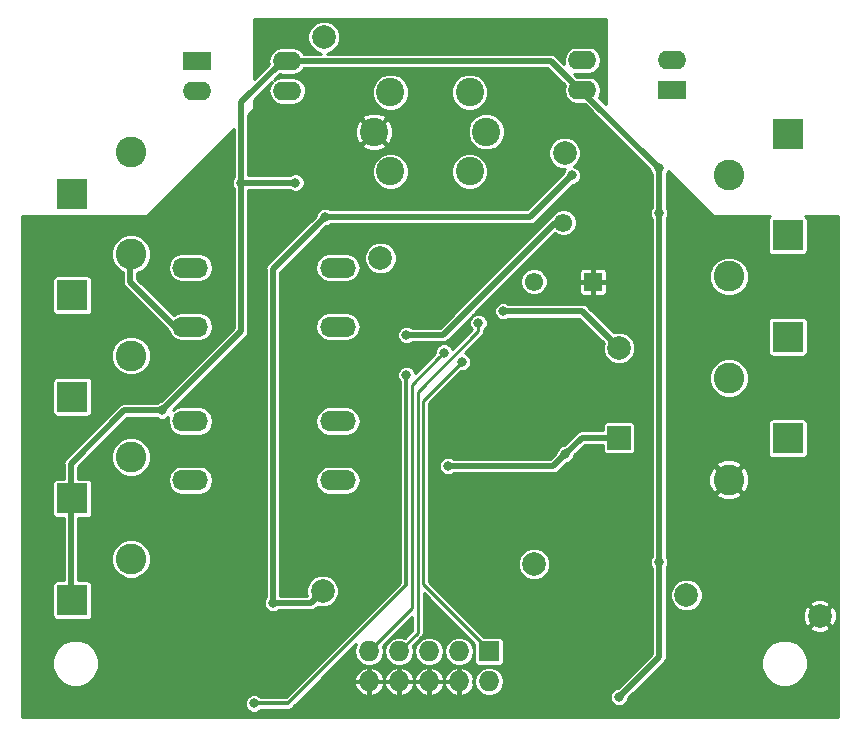
<source format=gbl>
G04 #@! TF.GenerationSoftware,KiCad,Pcbnew,(5.0.2)-1*
G04 #@! TF.CreationDate,2019-05-09T18:21:29+02:00*
G04 #@! TF.ProjectId,SafetySystem,53616665-7479-4537-9973-74656d2e6b69,rev?*
G04 #@! TF.SameCoordinates,Original*
G04 #@! TF.FileFunction,Copper,L2,Bot*
G04 #@! TF.FilePolarity,Positive*
%FSLAX46Y46*%
G04 Gerber Fmt 4.6, Leading zero omitted, Abs format (unit mm)*
G04 Created by KiCad (PCBNEW (5.0.2)-1) date 09.05.2019 18:21:29*
%MOMM*%
%LPD*%
G01*
G04 APERTURE LIST*
G04 #@! TA.AperFunction,ComponentPad*
%ADD10C,2.400000*%
G04 #@! TD*
G04 #@! TA.AperFunction,ComponentPad*
%ADD11C,1.550000*%
G04 #@! TD*
G04 #@! TA.AperFunction,ComponentPad*
%ADD12R,1.550000X1.550000*%
G04 #@! TD*
G04 #@! TA.AperFunction,ComponentPad*
%ADD13O,3.048000X1.727200*%
G04 #@! TD*
G04 #@! TA.AperFunction,ComponentPad*
%ADD14C,2.000000*%
G04 #@! TD*
G04 #@! TA.AperFunction,ComponentPad*
%ADD15R,2.600000X2.600000*%
G04 #@! TD*
G04 #@! TA.AperFunction,ComponentPad*
%ADD16C,2.600000*%
G04 #@! TD*
G04 #@! TA.AperFunction,ComponentPad*
%ADD17O,2.400000X1.600000*%
G04 #@! TD*
G04 #@! TA.AperFunction,ComponentPad*
%ADD18R,2.400000X1.600000*%
G04 #@! TD*
G04 #@! TA.AperFunction,ComponentPad*
%ADD19R,2.000000X2.000000*%
G04 #@! TD*
G04 #@! TA.AperFunction,ComponentPad*
%ADD20O,1.727200X1.727200*%
G04 #@! TD*
G04 #@! TA.AperFunction,ComponentPad*
%ADD21R,1.727200X1.727200*%
G04 #@! TD*
G04 #@! TA.AperFunction,ViaPad*
%ADD22C,0.800000*%
G04 #@! TD*
G04 #@! TA.AperFunction,Conductor*
%ADD23C,0.500000*%
G04 #@! TD*
G04 #@! TA.AperFunction,Conductor*
%ADD24C,0.300000*%
G04 #@! TD*
G04 #@! TA.AperFunction,Conductor*
%ADD25C,0.250000*%
G04 #@! TD*
G04 APERTURE END LIST*
D10*
G04 #@! TO.P,U2,4*
G04 #@! TO.N,+5V*
X199750000Y-60000000D03*
G04 #@! TO.P,U2,3*
G04 #@! TO.N,+5VA*
X198350000Y-63350000D03*
G04 #@! TO.P,U2,1*
G04 #@! TO.N,/ADC*
X191650000Y-63350000D03*
G04 #@! TO.P,U2,2*
G04 #@! TO.N,GND*
X190250000Y-60000000D03*
G04 #@! TO.P,U2,1*
G04 #@! TO.N,/ADC*
X191650000Y-56650000D03*
G04 #@! TO.P,U2,3*
G04 #@! TO.N,+5VA*
X198350000Y-56650000D03*
G04 #@! TD*
D11*
G04 #@! TO.P,RV1,3*
G04 #@! TO.N,+5VA*
X203800000Y-72700000D03*
D12*
G04 #@! TO.P,RV1,1*
G04 #@! TO.N,GND*
X208800000Y-72700000D03*
D11*
G04 #@! TO.P,RV1,2*
G04 #@! TO.N,/ADC_POT*
X206300000Y-67700000D03*
G04 #@! TD*
D13*
G04 #@! TO.P,SW3,2*
G04 #@! TO.N,/S_R*
X187200000Y-84500000D03*
G04 #@! TO.P,SW3,1*
G04 #@! TO.N,Net-(Q3-Pad1)*
X187200000Y-89500000D03*
G04 #@! TO.P,SW3,2*
G04 #@! TO.N,/S_R*
X174700000Y-84500000D03*
G04 #@! TO.P,SW3,1*
G04 #@! TO.N,Net-(Q3-Pad1)*
X174700000Y-89500000D03*
G04 #@! TD*
G04 #@! TO.P,SW4,1*
G04 #@! TO.N,/INLET*
X174700000Y-76500000D03*
G04 #@! TO.P,SW4,2*
G04 #@! TO.N,Net-(D13-Pad2)*
X174700000Y-71500000D03*
G04 #@! TO.P,SW4,1*
G04 #@! TO.N,/INLET*
X187200000Y-76500000D03*
G04 #@! TO.P,SW4,2*
G04 #@! TO.N,Net-(D13-Pad2)*
X187200000Y-71500000D03*
G04 #@! TD*
D14*
G04 #@! TO.P,TP6,1*
G04 #@! TO.N,Net-(Q10-Pad1)*
X206400000Y-61800000D03*
G04 #@! TD*
G04 #@! TO.P,TP3,1*
G04 #@! TO.N,GND*
X228000000Y-101000000D03*
G04 #@! TD*
G04 #@! TO.P,TP7,1*
G04 #@! TO.N,Net-(Q9-Pad1)*
X186000000Y-52000000D03*
G04 #@! TD*
G04 #@! TO.P,TP5,1*
G04 #@! TO.N,/SFT_SIG*
X185900000Y-98900000D03*
G04 #@! TD*
G04 #@! TO.P,TP4,1*
G04 #@! TO.N,/ADC*
X190800000Y-70700000D03*
G04 #@! TD*
G04 #@! TO.P,TP1,1*
G04 #@! TO.N,+12V*
X216700000Y-99200000D03*
G04 #@! TD*
G04 #@! TO.P,TP2,1*
G04 #@! TO.N,+5V*
X203800000Y-96600000D03*
G04 #@! TD*
D15*
G04 #@! TO.P,J2,1*
G04 #@! TO.N,+12V*
X164700000Y-91050000D03*
D16*
G04 #@! TO.P,J2,2*
G04 #@! TO.N,/B1*
X169700000Y-87550000D03*
G04 #@! TD*
D17*
G04 #@! TO.P,U4,4*
G04 #@! TO.N,+12V*
X182920000Y-54000000D03*
G04 #@! TO.P,U4,2*
G04 #@! TO.N,Net-(D11-Pad2)*
X175300000Y-56540000D03*
G04 #@! TO.P,U4,3*
G04 #@! TO.N,Net-(Q9-Pad1)*
X182920000Y-56540000D03*
D18*
G04 #@! TO.P,U4,1*
G04 #@! TO.N,Net-(D11-Pad1)*
X175300000Y-54000000D03*
G04 #@! TD*
D15*
G04 #@! TO.P,J1,1*
G04 #@! TO.N,Net-(D1-Pad1)*
X225300000Y-85950000D03*
D16*
G04 #@! TO.P,J1,2*
G04 #@! TO.N,GND*
X220300000Y-89450000D03*
G04 #@! TD*
D14*
G04 #@! TO.P,BZ1,2*
G04 #@! TO.N,Net-(BZ1-Pad2)*
X211000000Y-78300000D03*
D19*
G04 #@! TO.P,BZ1,1*
G04 #@! TO.N,+5V*
X211000000Y-85900000D03*
G04 #@! TD*
D20*
G04 #@! TO.P,J4,10*
G04 #@! TO.N,GND*
X189840000Y-106540000D03*
G04 #@! TO.P,J4,9*
G04 #@! TO.N,/MISO*
X189840000Y-104000000D03*
G04 #@! TO.P,J4,8*
G04 #@! TO.N,GND*
X192380000Y-106540000D03*
G04 #@! TO.P,J4,7*
G04 #@! TO.N,/SCK*
X192380000Y-104000000D03*
G04 #@! TO.P,J4,6*
G04 #@! TO.N,GND*
X194920000Y-106540000D03*
G04 #@! TO.P,J4,5*
G04 #@! TO.N,/RST*
X194920000Y-104000000D03*
G04 #@! TO.P,J4,4*
G04 #@! TO.N,GND*
X197460000Y-106540000D03*
G04 #@! TO.P,J4,3*
G04 #@! TO.N,Net-(J4-Pad3)*
X197460000Y-104000000D03*
G04 #@! TO.P,J4,2*
G04 #@! TO.N,+5V*
X200000000Y-106540000D03*
D21*
G04 #@! TO.P,J4,1*
G04 #@! TO.N,/MOSI*
X200000000Y-104000000D03*
G04 #@! TD*
D15*
G04 #@! TO.P,J3,1*
G04 #@! TO.N,+12V*
X164700000Y-99650000D03*
D16*
G04 #@! TO.P,J3,2*
G04 #@! TO.N,/B2*
X169700000Y-96150000D03*
G04 #@! TD*
D15*
G04 #@! TO.P,J5,1*
G04 #@! TO.N,+12V*
X164700000Y-73850000D03*
D16*
G04 #@! TO.P,J5,2*
G04 #@! TO.N,/INLET*
X169700000Y-70350000D03*
G04 #@! TD*
D15*
G04 #@! TO.P,J7,1*
G04 #@! TO.N,Net-(J7-Pad1)*
X164700000Y-65250000D03*
D16*
G04 #@! TO.P,J7,2*
G04 #@! TO.N,Net-(D11-Pad2)*
X169700000Y-61750000D03*
G04 #@! TD*
D15*
G04 #@! TO.P,J8,1*
G04 #@! TO.N,Net-(J8-Pad1)*
X225300000Y-60150000D03*
D16*
G04 #@! TO.P,J8,2*
G04 #@! TO.N,Net-(D12-Pad2)*
X220300000Y-63650000D03*
G04 #@! TD*
D15*
G04 #@! TO.P,J9,1*
G04 #@! TO.N,+12V*
X164700000Y-82450000D03*
D16*
G04 #@! TO.P,J9,2*
G04 #@! TO.N,Net-(D13-Pad2)*
X169700000Y-78950000D03*
G04 #@! TD*
D15*
G04 #@! TO.P,J10,1*
G04 #@! TO.N,+12V*
X225300000Y-68750000D03*
D16*
G04 #@! TO.P,J10,2*
G04 #@! TO.N,Net-(D14-Pad2)*
X220300000Y-72250000D03*
G04 #@! TD*
D15*
G04 #@! TO.P,J6,1*
G04 #@! TO.N,+12V*
X225300000Y-77350000D03*
D16*
G04 #@! TO.P,J6,2*
G04 #@! TO.N,Net-(D10-Pad2)*
X220300000Y-80850000D03*
G04 #@! TD*
D17*
G04 #@! TO.P,U5,4*
G04 #@! TO.N,+12V*
X207900000Y-56500000D03*
G04 #@! TO.P,U5,2*
G04 #@! TO.N,Net-(D12-Pad2)*
X215520000Y-53960000D03*
G04 #@! TO.P,U5,3*
G04 #@! TO.N,Net-(Q10-Pad1)*
X207900000Y-53960000D03*
D18*
G04 #@! TO.P,U5,1*
G04 #@! TO.N,Net-(D12-Pad1)*
X215520000Y-56500000D03*
G04 #@! TD*
D22*
G04 #@! TO.N,/SFT_SIG*
X181700000Y-99900000D03*
X186100000Y-67200000D03*
X207000000Y-63700000D03*
G04 #@! TO.N,GND*
X195900000Y-87500000D03*
X205000000Y-86000000D03*
X202000000Y-93000000D03*
X204000000Y-100000000D03*
X207000000Y-101000000D03*
X207000000Y-101000000D03*
X207000000Y-101000000D03*
X207000000Y-103000000D03*
X215700000Y-101500000D03*
X218000000Y-103000000D03*
X207000000Y-105000000D03*
X209000000Y-94000000D03*
X212000000Y-88000000D03*
X209000000Y-88000000D03*
X172000000Y-108000000D03*
X173000000Y-101000000D03*
X197000000Y-91000000D03*
X205000000Y-78000000D03*
X211400000Y-67000000D03*
X190000000Y-75000000D03*
X180000000Y-86000000D03*
X192200000Y-87900000D03*
X187000000Y-108000000D03*
X208000000Y-52000000D03*
X182000000Y-52000000D03*
X195000000Y-52000000D03*
G04 #@! TO.N,/H2_SIG*
X180099969Y-108400031D03*
X193000000Y-80600000D03*
G04 #@! TO.N,+12V*
X214400000Y-96450000D03*
X210989294Y-107874990D03*
X172300000Y-83600000D03*
X214400000Y-63100000D03*
X214400000Y-66900000D03*
X183600000Y-64300000D03*
X178991190Y-64331996D03*
G04 #@! TO.N,+5V*
X206451794Y-87300008D03*
X196500008Y-88299998D03*
G04 #@! TO.N,Net-(BZ1-Pad2)*
X201200000Y-75200002D03*
G04 #@! TO.N,/MOSI*
X197700000Y-79500000D03*
G04 #@! TO.N,/MISO*
X196200000Y-78699990D03*
G04 #@! TO.N,/SCK*
X199100000Y-76200000D03*
G04 #@! TO.N,/ADC_POT*
X193000806Y-77200000D03*
G04 #@! TD*
D23*
G04 #@! TO.N,/SFT_SIG*
X181700000Y-99900000D02*
X181700000Y-71600000D01*
X181700000Y-71600000D02*
X186100000Y-67200000D01*
X184900000Y-99900000D02*
X185900000Y-98900000D01*
X181700000Y-99900000D02*
X184900000Y-99900000D01*
X186100000Y-67200000D02*
X203500000Y-67200000D01*
X203500000Y-67200000D02*
X206600001Y-64099999D01*
X206600001Y-64099999D02*
X207000000Y-63700000D01*
D24*
G04 #@! TO.N,/H2_SIG*
X193000000Y-81165685D02*
X193000000Y-80600000D01*
X180099969Y-108400031D02*
X182999969Y-108400031D01*
X193000000Y-98400000D02*
X193000000Y-81165685D01*
X182999969Y-108400031D02*
X193000000Y-98400000D01*
D23*
G04 #@! TO.N,+12V*
X164600000Y-92650000D02*
X164600000Y-99350000D01*
X164600000Y-90850000D02*
X164600000Y-92650000D01*
X214400000Y-104464284D02*
X211389293Y-107474991D01*
X211389293Y-107474991D02*
X210989294Y-107874990D01*
X214400000Y-96450000D02*
X214400000Y-104464284D01*
X164600000Y-88100000D02*
X169100000Y-83600000D01*
X164600000Y-90850000D02*
X164600000Y-88100000D01*
X169100000Y-83600000D02*
X171734315Y-83600000D01*
X171734315Y-83600000D02*
X172300000Y-83600000D01*
X207700000Y-56500000D02*
X207900000Y-56500000D01*
X205200000Y-54000000D02*
X207700000Y-56500000D01*
X183240000Y-54000000D02*
X205200000Y-54000000D01*
X182920000Y-54000000D02*
X182920000Y-53680000D01*
X182920000Y-53680000D02*
X183240000Y-54000000D01*
X207900000Y-56600000D02*
X207900000Y-56500000D01*
X214400000Y-63100000D02*
X207900000Y-56600000D01*
X214400000Y-96450000D02*
X214400000Y-66900000D01*
X214400000Y-63100000D02*
X214400000Y-66900000D01*
X172300000Y-83600000D02*
X178991190Y-76908810D01*
X178991190Y-76908810D02*
X178991190Y-64897681D01*
X178991190Y-64897681D02*
X178991190Y-64331996D01*
X179023186Y-64300000D02*
X178991190Y-64331996D01*
X183600000Y-64300000D02*
X179023186Y-64300000D01*
X179000000Y-57520000D02*
X179000000Y-64323186D01*
X179000000Y-64323186D02*
X178991190Y-64331996D01*
X182920000Y-54000000D02*
X182520000Y-54000000D01*
X182520000Y-54000000D02*
X179000000Y-57520000D01*
G04 #@! TO.N,+5V*
X197065693Y-88299998D02*
X196500008Y-88299998D01*
X206451794Y-87300008D02*
X205451804Y-88299998D01*
X205451804Y-88299998D02*
X197065693Y-88299998D01*
X207851802Y-85900000D02*
X206451794Y-87300008D01*
X211000000Y-85900000D02*
X207851802Y-85900000D01*
G04 #@! TO.N,/INLET*
X169600000Y-70350000D02*
X169600000Y-72700000D01*
X173400000Y-76500000D02*
X174700000Y-76500000D01*
X169600000Y-72700000D02*
X173400000Y-76500000D01*
G04 #@! TO.N,Net-(BZ1-Pad2)*
X211000000Y-78300000D02*
X207900002Y-75200002D01*
X207899998Y-75200002D02*
X201200000Y-75200002D01*
X207900000Y-75200000D02*
X207899998Y-75200002D01*
D25*
G04 #@! TO.N,/MOSI*
X197300001Y-79899999D02*
X197700000Y-79500000D01*
X194400000Y-82800000D02*
X197300001Y-79899999D01*
X194400000Y-98300000D02*
X194400000Y-82800000D01*
X200000000Y-104000000D02*
X200000000Y-103900000D01*
X200000000Y-103900000D02*
X194400000Y-98300000D01*
G04 #@! TO.N,/MISO*
X193499978Y-100340022D02*
X193499978Y-81400012D01*
X189840000Y-104000000D02*
X193499978Y-100340022D01*
X195800001Y-79099989D02*
X196200000Y-78699990D01*
X193499978Y-81400012D02*
X195800001Y-79099989D01*
G04 #@! TO.N,/SCK*
X192380000Y-104000000D02*
X193949989Y-102430011D01*
X193949989Y-82023013D02*
X199100000Y-76873002D01*
X199100000Y-76765685D02*
X199100000Y-76200000D01*
X199100000Y-76873002D02*
X199100000Y-76765685D01*
X193949989Y-102430011D02*
X193949989Y-82023013D01*
D23*
G04 #@! TO.N,/ADC_POT*
X193566491Y-77200000D02*
X193000806Y-77200000D01*
X196100000Y-77200000D02*
X193566491Y-77200000D01*
X206300000Y-67700000D02*
X205600000Y-67700000D01*
X205600000Y-67700000D02*
X196100000Y-77200000D01*
G04 #@! TD*
D25*
G04 #@! TO.N,GND*
G36*
X206387282Y-56071165D02*
X206301981Y-56500000D01*
X206393175Y-56958462D01*
X206652873Y-57347127D01*
X207041538Y-57606825D01*
X207384276Y-57675000D01*
X208091118Y-57675000D01*
X213625000Y-63208883D01*
X213625000Y-63254157D01*
X213742987Y-63539002D01*
X213775000Y-63571015D01*
X213775001Y-66428984D01*
X213742987Y-66460998D01*
X213625000Y-66745843D01*
X213625000Y-67054157D01*
X213742987Y-67339002D01*
X213775001Y-67371016D01*
X213775000Y-95978985D01*
X213742987Y-96010998D01*
X213625000Y-96295843D01*
X213625000Y-96604157D01*
X213742987Y-96889002D01*
X213775000Y-96921015D01*
X213775001Y-104205400D01*
X210990880Y-106989522D01*
X210990877Y-106989524D01*
X210880411Y-107099990D01*
X210835137Y-107099990D01*
X210550292Y-107217977D01*
X210332281Y-107435988D01*
X210214294Y-107720833D01*
X210214294Y-108029147D01*
X210332281Y-108313992D01*
X210550292Y-108532003D01*
X210835137Y-108649990D01*
X211143451Y-108649990D01*
X211428296Y-108532003D01*
X211646307Y-108313992D01*
X211764294Y-108029147D01*
X211764294Y-107983873D01*
X211874760Y-107873407D01*
X211874762Y-107873404D01*
X214798412Y-104949755D01*
X214850600Y-104914884D01*
X214988737Y-104708147D01*
X215008826Y-104607148D01*
X223025000Y-104607148D01*
X223025000Y-105392852D01*
X223325675Y-106118748D01*
X223881252Y-106674325D01*
X224607148Y-106975000D01*
X225392852Y-106975000D01*
X226118748Y-106674325D01*
X226674325Y-106118748D01*
X226975000Y-105392852D01*
X226975000Y-104607148D01*
X226674325Y-103881252D01*
X226118748Y-103325675D01*
X225392852Y-103025000D01*
X224607148Y-103025000D01*
X223881252Y-103325675D01*
X223325675Y-103881252D01*
X223025000Y-104607148D01*
X215008826Y-104607148D01*
X215025000Y-104525839D01*
X215037244Y-104464284D01*
X215025000Y-104402729D01*
X215025000Y-102003793D01*
X227102273Y-102003793D01*
X227207812Y-102217951D01*
X227734204Y-102428397D01*
X228301060Y-102421383D01*
X228792188Y-102217951D01*
X228897727Y-102003793D01*
X228000000Y-101106066D01*
X227102273Y-102003793D01*
X215025000Y-102003793D01*
X215025000Y-100734204D01*
X226571603Y-100734204D01*
X226578617Y-101301060D01*
X226782049Y-101792188D01*
X226996207Y-101897727D01*
X227893934Y-101000000D01*
X228106066Y-101000000D01*
X229003793Y-101897727D01*
X229217951Y-101792188D01*
X229428397Y-101265796D01*
X229421383Y-100698940D01*
X229217951Y-100207812D01*
X229003793Y-100102273D01*
X228106066Y-101000000D01*
X227893934Y-101000000D01*
X226996207Y-100102273D01*
X226782049Y-100207812D01*
X226571603Y-100734204D01*
X215025000Y-100734204D01*
X215025000Y-98926495D01*
X215325000Y-98926495D01*
X215325000Y-99473505D01*
X215534331Y-99978875D01*
X215921125Y-100365669D01*
X216426495Y-100575000D01*
X216973505Y-100575000D01*
X217478875Y-100365669D01*
X217848337Y-99996207D01*
X227102273Y-99996207D01*
X228000000Y-100893934D01*
X228897727Y-99996207D01*
X228792188Y-99782049D01*
X228265796Y-99571603D01*
X227698940Y-99578617D01*
X227207812Y-99782049D01*
X227102273Y-99996207D01*
X217848337Y-99996207D01*
X217865669Y-99978875D01*
X218075000Y-99473505D01*
X218075000Y-98926495D01*
X217865669Y-98421125D01*
X217478875Y-98034331D01*
X216973505Y-97825000D01*
X216426495Y-97825000D01*
X215921125Y-98034331D01*
X215534331Y-98421125D01*
X215325000Y-98926495D01*
X215025000Y-98926495D01*
X215025000Y-96921015D01*
X215057013Y-96889002D01*
X215175000Y-96604157D01*
X215175000Y-96295843D01*
X215057013Y-96010998D01*
X215025000Y-95978985D01*
X215025000Y-90670355D01*
X219185711Y-90670355D01*
X219327823Y-90915684D01*
X219962719Y-91176151D01*
X220648961Y-91173827D01*
X221272177Y-90915684D01*
X221414289Y-90670355D01*
X220300000Y-89556066D01*
X219185711Y-90670355D01*
X215025000Y-90670355D01*
X215025000Y-89112719D01*
X218573849Y-89112719D01*
X218576173Y-89798961D01*
X218834316Y-90422177D01*
X219079645Y-90564289D01*
X220193934Y-89450000D01*
X220406066Y-89450000D01*
X221520355Y-90564289D01*
X221765684Y-90422177D01*
X222026151Y-89787281D01*
X222023827Y-89101039D01*
X221765684Y-88477823D01*
X221520355Y-88335711D01*
X220406066Y-89450000D01*
X220193934Y-89450000D01*
X219079645Y-88335711D01*
X218834316Y-88477823D01*
X218573849Y-89112719D01*
X215025000Y-89112719D01*
X215025000Y-88229645D01*
X219185711Y-88229645D01*
X220300000Y-89343934D01*
X221414289Y-88229645D01*
X221272177Y-87984316D01*
X220637281Y-87723849D01*
X219951039Y-87726173D01*
X219327823Y-87984316D01*
X219185711Y-88229645D01*
X215025000Y-88229645D01*
X215025000Y-84650000D01*
X223617654Y-84650000D01*
X223617654Y-87250000D01*
X223646758Y-87396317D01*
X223729641Y-87520359D01*
X223853683Y-87603242D01*
X224000000Y-87632346D01*
X226600000Y-87632346D01*
X226746317Y-87603242D01*
X226870359Y-87520359D01*
X226953242Y-87396317D01*
X226982346Y-87250000D01*
X226982346Y-84650000D01*
X226953242Y-84503683D01*
X226870359Y-84379641D01*
X226746317Y-84296758D01*
X226600000Y-84267654D01*
X224000000Y-84267654D01*
X223853683Y-84296758D01*
X223729641Y-84379641D01*
X223646758Y-84503683D01*
X223617654Y-84650000D01*
X215025000Y-84650000D01*
X215025000Y-80516822D01*
X218625000Y-80516822D01*
X218625000Y-81183178D01*
X218880004Y-81798811D01*
X219351189Y-82269996D01*
X219966822Y-82525000D01*
X220633178Y-82525000D01*
X221248811Y-82269996D01*
X221719996Y-81798811D01*
X221975000Y-81183178D01*
X221975000Y-80516822D01*
X221719996Y-79901189D01*
X221248811Y-79430004D01*
X220633178Y-79175000D01*
X219966822Y-79175000D01*
X219351189Y-79430004D01*
X218880004Y-79901189D01*
X218625000Y-80516822D01*
X215025000Y-80516822D01*
X215025000Y-76050000D01*
X223617654Y-76050000D01*
X223617654Y-78650000D01*
X223646758Y-78796317D01*
X223729641Y-78920359D01*
X223853683Y-79003242D01*
X224000000Y-79032346D01*
X226600000Y-79032346D01*
X226746317Y-79003242D01*
X226870359Y-78920359D01*
X226953242Y-78796317D01*
X226982346Y-78650000D01*
X226982346Y-76050000D01*
X226953242Y-75903683D01*
X226870359Y-75779641D01*
X226746317Y-75696758D01*
X226600000Y-75667654D01*
X224000000Y-75667654D01*
X223853683Y-75696758D01*
X223729641Y-75779641D01*
X223646758Y-75903683D01*
X223617654Y-76050000D01*
X215025000Y-76050000D01*
X215025000Y-71916822D01*
X218625000Y-71916822D01*
X218625000Y-72583178D01*
X218880004Y-73198811D01*
X219351189Y-73669996D01*
X219966822Y-73925000D01*
X220633178Y-73925000D01*
X221248811Y-73669996D01*
X221719996Y-73198811D01*
X221975000Y-72583178D01*
X221975000Y-71916822D01*
X221719996Y-71301189D01*
X221248811Y-70830004D01*
X220633178Y-70575000D01*
X219966822Y-70575000D01*
X219351189Y-70830004D01*
X218880004Y-71301189D01*
X218625000Y-71916822D01*
X215025000Y-71916822D01*
X215025000Y-67371015D01*
X215057013Y-67339002D01*
X215175000Y-67054157D01*
X215175000Y-66745843D01*
X215057013Y-66460998D01*
X215025000Y-66428985D01*
X215025000Y-63571015D01*
X215057013Y-63539002D01*
X215146408Y-63323184D01*
X218911612Y-67088388D01*
X218952165Y-67115485D01*
X219000000Y-67125000D01*
X223811416Y-67125000D01*
X223729641Y-67179641D01*
X223646758Y-67303683D01*
X223617654Y-67450000D01*
X223617654Y-70050000D01*
X223646758Y-70196317D01*
X223729641Y-70320359D01*
X223853683Y-70403242D01*
X224000000Y-70432346D01*
X226600000Y-70432346D01*
X226746317Y-70403242D01*
X226870359Y-70320359D01*
X226953242Y-70196317D01*
X226982346Y-70050000D01*
X226982346Y-67450000D01*
X226953242Y-67303683D01*
X226870359Y-67179641D01*
X226788584Y-67125000D01*
X229550000Y-67125000D01*
X229550001Y-109550000D01*
X160450000Y-109550000D01*
X160450000Y-108245874D01*
X179324969Y-108245874D01*
X179324969Y-108554188D01*
X179442956Y-108839033D01*
X179660967Y-109057044D01*
X179945812Y-109175031D01*
X180254126Y-109175031D01*
X180538971Y-109057044D01*
X180670984Y-108925031D01*
X182948263Y-108925031D01*
X182999969Y-108935316D01*
X183051675Y-108925031D01*
X183204814Y-108894570D01*
X183378473Y-108778535D01*
X183407766Y-108734695D01*
X185327144Y-106815317D01*
X188581149Y-106815317D01*
X188782333Y-107276101D01*
X189144537Y-107624820D01*
X189564684Y-107798845D01*
X189765000Y-107719969D01*
X189765000Y-106615000D01*
X189915000Y-106615000D01*
X189915000Y-107719969D01*
X190115316Y-107798845D01*
X190535463Y-107624820D01*
X190897667Y-107276101D01*
X191098851Y-106815317D01*
X191121149Y-106815317D01*
X191322333Y-107276101D01*
X191684537Y-107624820D01*
X192104684Y-107798845D01*
X192305000Y-107719969D01*
X192305000Y-106615000D01*
X192455000Y-106615000D01*
X192455000Y-107719969D01*
X192655316Y-107798845D01*
X193075463Y-107624820D01*
X193437667Y-107276101D01*
X193638851Y-106815317D01*
X193661149Y-106815317D01*
X193862333Y-107276101D01*
X194224537Y-107624820D01*
X194644684Y-107798845D01*
X194845000Y-107719969D01*
X194845000Y-106615000D01*
X194995000Y-106615000D01*
X194995000Y-107719969D01*
X195195316Y-107798845D01*
X195615463Y-107624820D01*
X195977667Y-107276101D01*
X196178851Y-106815317D01*
X196201149Y-106815317D01*
X196402333Y-107276101D01*
X196764537Y-107624820D01*
X197184684Y-107798845D01*
X197385000Y-107719969D01*
X197385000Y-106615000D01*
X196279828Y-106615000D01*
X196201149Y-106815317D01*
X196178851Y-106815317D01*
X196100172Y-106615000D01*
X194995000Y-106615000D01*
X194845000Y-106615000D01*
X193739828Y-106615000D01*
X193661149Y-106815317D01*
X193638851Y-106815317D01*
X193560172Y-106615000D01*
X192455000Y-106615000D01*
X192305000Y-106615000D01*
X191199828Y-106615000D01*
X191121149Y-106815317D01*
X191098851Y-106815317D01*
X191020172Y-106615000D01*
X189915000Y-106615000D01*
X189765000Y-106615000D01*
X188659828Y-106615000D01*
X188581149Y-106815317D01*
X185327144Y-106815317D01*
X185877778Y-106264683D01*
X188581149Y-106264683D01*
X188659828Y-106465000D01*
X189765000Y-106465000D01*
X189765000Y-105360031D01*
X189915000Y-105360031D01*
X189915000Y-106465000D01*
X191020172Y-106465000D01*
X191098851Y-106264683D01*
X191121149Y-106264683D01*
X191199828Y-106465000D01*
X192305000Y-106465000D01*
X192305000Y-105360031D01*
X192455000Y-105360031D01*
X192455000Y-106465000D01*
X193560172Y-106465000D01*
X193638851Y-106264683D01*
X193661149Y-106264683D01*
X193739828Y-106465000D01*
X194845000Y-106465000D01*
X194845000Y-105360031D01*
X194995000Y-105360031D01*
X194995000Y-106465000D01*
X196100172Y-106465000D01*
X196178851Y-106264683D01*
X196201149Y-106264683D01*
X196279828Y-106465000D01*
X197385000Y-106465000D01*
X197385000Y-105360031D01*
X197535000Y-105360031D01*
X197535000Y-106465000D01*
X197555000Y-106465000D01*
X197555000Y-106615000D01*
X197535000Y-106615000D01*
X197535000Y-107719969D01*
X197735316Y-107798845D01*
X198155463Y-107624820D01*
X198517667Y-107276101D01*
X198718851Y-106815317D01*
X198640173Y-106615002D01*
X198748600Y-106615002D01*
X198748600Y-106597638D01*
X198833265Y-107023278D01*
X199107020Y-107432980D01*
X199516722Y-107706735D01*
X199878012Y-107778600D01*
X200121988Y-107778600D01*
X200483278Y-107706735D01*
X200892980Y-107432980D01*
X201166735Y-107023278D01*
X201262865Y-106540000D01*
X201166735Y-106056722D01*
X200892980Y-105647020D01*
X200483278Y-105373265D01*
X200121988Y-105301400D01*
X199878012Y-105301400D01*
X199516722Y-105373265D01*
X199107020Y-105647020D01*
X198833265Y-106056722D01*
X198748600Y-106482362D01*
X198748600Y-106464998D01*
X198640173Y-106464998D01*
X198718851Y-106264683D01*
X198517667Y-105803899D01*
X198155463Y-105455180D01*
X197735316Y-105281155D01*
X197535000Y-105360031D01*
X197385000Y-105360031D01*
X197184684Y-105281155D01*
X196764537Y-105455180D01*
X196402333Y-105803899D01*
X196201149Y-106264683D01*
X196178851Y-106264683D01*
X195977667Y-105803899D01*
X195615463Y-105455180D01*
X195195316Y-105281155D01*
X194995000Y-105360031D01*
X194845000Y-105360031D01*
X194644684Y-105281155D01*
X194224537Y-105455180D01*
X193862333Y-105803899D01*
X193661149Y-106264683D01*
X193638851Y-106264683D01*
X193437667Y-105803899D01*
X193075463Y-105455180D01*
X192655316Y-105281155D01*
X192455000Y-105360031D01*
X192305000Y-105360031D01*
X192104684Y-105281155D01*
X191684537Y-105455180D01*
X191322333Y-105803899D01*
X191121149Y-106264683D01*
X191098851Y-106264683D01*
X190897667Y-105803899D01*
X190535463Y-105455180D01*
X190115316Y-105281155D01*
X189915000Y-105360031D01*
X189765000Y-105360031D01*
X189564684Y-105281155D01*
X189144537Y-105455180D01*
X188782333Y-105803899D01*
X188581149Y-106264683D01*
X185877778Y-106264683D01*
X188768967Y-103373495D01*
X188673265Y-103516722D01*
X188577135Y-104000000D01*
X188673265Y-104483278D01*
X188947020Y-104892980D01*
X189356722Y-105166735D01*
X189718012Y-105238600D01*
X189961988Y-105238600D01*
X190323278Y-105166735D01*
X190732980Y-104892980D01*
X191006735Y-104483278D01*
X191102865Y-104000000D01*
X191010659Y-103536447D01*
X193449989Y-101097117D01*
X193449989Y-102222904D01*
X192843552Y-102829341D01*
X192501988Y-102761400D01*
X192258012Y-102761400D01*
X191896722Y-102833265D01*
X191487020Y-103107020D01*
X191213265Y-103516722D01*
X191117135Y-104000000D01*
X191213265Y-104483278D01*
X191487020Y-104892980D01*
X191896722Y-105166735D01*
X192258012Y-105238600D01*
X192501988Y-105238600D01*
X192863278Y-105166735D01*
X193272980Y-104892980D01*
X193546735Y-104483278D01*
X193642865Y-104000000D01*
X193657135Y-104000000D01*
X193753265Y-104483278D01*
X194027020Y-104892980D01*
X194436722Y-105166735D01*
X194798012Y-105238600D01*
X195041988Y-105238600D01*
X195403278Y-105166735D01*
X195812980Y-104892980D01*
X196086735Y-104483278D01*
X196182865Y-104000000D01*
X196197135Y-104000000D01*
X196293265Y-104483278D01*
X196567020Y-104892980D01*
X196976722Y-105166735D01*
X197338012Y-105238600D01*
X197581988Y-105238600D01*
X197943278Y-105166735D01*
X198352980Y-104892980D01*
X198626735Y-104483278D01*
X198722865Y-104000000D01*
X198626735Y-103516722D01*
X198352980Y-103107020D01*
X197943278Y-102833265D01*
X197581988Y-102761400D01*
X197338012Y-102761400D01*
X196976722Y-102833265D01*
X196567020Y-103107020D01*
X196293265Y-103516722D01*
X196197135Y-104000000D01*
X196182865Y-104000000D01*
X196086735Y-103516722D01*
X195812980Y-103107020D01*
X195403278Y-102833265D01*
X195041988Y-102761400D01*
X194798012Y-102761400D01*
X194436722Y-102833265D01*
X194027020Y-103107020D01*
X193753265Y-103516722D01*
X193657135Y-104000000D01*
X193642865Y-104000000D01*
X193550659Y-103536448D01*
X194268722Y-102818385D01*
X194310469Y-102790491D01*
X194420978Y-102625101D01*
X194449989Y-102479254D01*
X194449989Y-102479253D01*
X194459784Y-102430011D01*
X194449989Y-102380768D01*
X194449989Y-99057095D01*
X198754054Y-103361161D01*
X198754054Y-104863600D01*
X198783158Y-105009917D01*
X198866041Y-105133959D01*
X198990083Y-105216842D01*
X199136400Y-105245946D01*
X200863600Y-105245946D01*
X201009917Y-105216842D01*
X201133959Y-105133959D01*
X201216842Y-105009917D01*
X201245946Y-104863600D01*
X201245946Y-103136400D01*
X201216842Y-102990083D01*
X201133959Y-102866041D01*
X201009917Y-102783158D01*
X200863600Y-102754054D01*
X199561161Y-102754054D01*
X194900000Y-98092894D01*
X194900000Y-96326495D01*
X202425000Y-96326495D01*
X202425000Y-96873505D01*
X202634331Y-97378875D01*
X203021125Y-97765669D01*
X203526495Y-97975000D01*
X204073505Y-97975000D01*
X204578875Y-97765669D01*
X204965669Y-97378875D01*
X205175000Y-96873505D01*
X205175000Y-96326495D01*
X204965669Y-95821125D01*
X204578875Y-95434331D01*
X204073505Y-95225000D01*
X203526495Y-95225000D01*
X203021125Y-95434331D01*
X202634331Y-95821125D01*
X202425000Y-96326495D01*
X194900000Y-96326495D01*
X194900000Y-88145841D01*
X195725008Y-88145841D01*
X195725008Y-88454155D01*
X195842995Y-88739000D01*
X196061006Y-88957011D01*
X196345851Y-89074998D01*
X196654165Y-89074998D01*
X196939010Y-88957011D01*
X196971023Y-88924998D01*
X205390249Y-88924998D01*
X205451804Y-88937242D01*
X205513359Y-88924998D01*
X205695667Y-88888735D01*
X205902404Y-88750598D01*
X205937276Y-88698408D01*
X206560677Y-88075008D01*
X206605951Y-88075008D01*
X206890796Y-87957021D01*
X207108807Y-87739010D01*
X207226794Y-87454165D01*
X207226794Y-87408890D01*
X208110685Y-86525000D01*
X209617654Y-86525000D01*
X209617654Y-86900000D01*
X209646758Y-87046317D01*
X209729641Y-87170359D01*
X209853683Y-87253242D01*
X210000000Y-87282346D01*
X212000000Y-87282346D01*
X212146317Y-87253242D01*
X212270359Y-87170359D01*
X212353242Y-87046317D01*
X212382346Y-86900000D01*
X212382346Y-84900000D01*
X212353242Y-84753683D01*
X212270359Y-84629641D01*
X212146317Y-84546758D01*
X212000000Y-84517654D01*
X210000000Y-84517654D01*
X209853683Y-84546758D01*
X209729641Y-84629641D01*
X209646758Y-84753683D01*
X209617654Y-84900000D01*
X209617654Y-85275000D01*
X207913355Y-85275000D01*
X207851801Y-85262756D01*
X207790247Y-85275000D01*
X207607939Y-85311263D01*
X207401202Y-85449400D01*
X207366331Y-85501588D01*
X206342912Y-86525008D01*
X206297637Y-86525008D01*
X206012792Y-86642995D01*
X205794781Y-86861006D01*
X205676794Y-87145851D01*
X205676794Y-87191125D01*
X205192922Y-87674998D01*
X196971023Y-87674998D01*
X196939010Y-87642985D01*
X196654165Y-87524998D01*
X196345851Y-87524998D01*
X196061006Y-87642985D01*
X195842995Y-87860996D01*
X195725008Y-88145841D01*
X194900000Y-88145841D01*
X194900000Y-83007106D01*
X197632107Y-80275000D01*
X197854157Y-80275000D01*
X198139002Y-80157013D01*
X198357013Y-79939002D01*
X198475000Y-79654157D01*
X198475000Y-79345843D01*
X198357013Y-79060998D01*
X198139002Y-78842987D01*
X197925541Y-78754568D01*
X199418733Y-77261376D01*
X199460480Y-77233482D01*
X199570989Y-77068092D01*
X199600000Y-76922245D01*
X199600000Y-76922244D01*
X199609795Y-76873003D01*
X199600000Y-76823762D01*
X199600000Y-76796015D01*
X199757013Y-76639002D01*
X199875000Y-76354157D01*
X199875000Y-76045843D01*
X199757013Y-75760998D01*
X199539002Y-75542987D01*
X199254157Y-75425000D01*
X198945843Y-75425000D01*
X198660998Y-75542987D01*
X198442987Y-75760998D01*
X198325000Y-76045843D01*
X198325000Y-76354157D01*
X198442987Y-76639002D01*
X198534940Y-76730955D01*
X196900330Y-78365565D01*
X196857013Y-78260988D01*
X196639002Y-78042977D01*
X196354157Y-77924990D01*
X196045843Y-77924990D01*
X195760998Y-78042977D01*
X195542987Y-78260988D01*
X195425000Y-78545833D01*
X195425000Y-78767883D01*
X193766811Y-80426073D01*
X193657013Y-80160998D01*
X193439002Y-79942987D01*
X193154157Y-79825000D01*
X192845843Y-79825000D01*
X192560998Y-79942987D01*
X192342987Y-80160998D01*
X192225000Y-80445843D01*
X192225000Y-80754157D01*
X192342987Y-81039002D01*
X192475000Y-81171015D01*
X192475000Y-81217390D01*
X192475001Y-81217395D01*
X192475000Y-98182538D01*
X182782508Y-107875031D01*
X180670984Y-107875031D01*
X180538971Y-107743018D01*
X180254126Y-107625031D01*
X179945812Y-107625031D01*
X179660967Y-107743018D01*
X179442956Y-107961029D01*
X179324969Y-108245874D01*
X160450000Y-108245874D01*
X160450000Y-104607148D01*
X163025000Y-104607148D01*
X163025000Y-105392852D01*
X163325675Y-106118748D01*
X163881252Y-106674325D01*
X164607148Y-106975000D01*
X165392852Y-106975000D01*
X166118748Y-106674325D01*
X166674325Y-106118748D01*
X166975000Y-105392852D01*
X166975000Y-104607148D01*
X166674325Y-103881252D01*
X166118748Y-103325675D01*
X165392852Y-103025000D01*
X164607148Y-103025000D01*
X163881252Y-103325675D01*
X163325675Y-103881252D01*
X163025000Y-104607148D01*
X160450000Y-104607148D01*
X160450000Y-81150000D01*
X163017654Y-81150000D01*
X163017654Y-83750000D01*
X163046758Y-83896317D01*
X163129641Y-84020359D01*
X163253683Y-84103242D01*
X163400000Y-84132346D01*
X166000000Y-84132346D01*
X166146317Y-84103242D01*
X166270359Y-84020359D01*
X166353242Y-83896317D01*
X166382346Y-83750000D01*
X166382346Y-81150000D01*
X166353242Y-81003683D01*
X166270359Y-80879641D01*
X166146317Y-80796758D01*
X166000000Y-80767654D01*
X163400000Y-80767654D01*
X163253683Y-80796758D01*
X163129641Y-80879641D01*
X163046758Y-81003683D01*
X163017654Y-81150000D01*
X160450000Y-81150000D01*
X160450000Y-78616822D01*
X168025000Y-78616822D01*
X168025000Y-79283178D01*
X168280004Y-79898811D01*
X168751189Y-80369996D01*
X169366822Y-80625000D01*
X170033178Y-80625000D01*
X170648811Y-80369996D01*
X171119996Y-79898811D01*
X171375000Y-79283178D01*
X171375000Y-78616822D01*
X171119996Y-78001189D01*
X170648811Y-77530004D01*
X170033178Y-77275000D01*
X169366822Y-77275000D01*
X168751189Y-77530004D01*
X168280004Y-78001189D01*
X168025000Y-78616822D01*
X160450000Y-78616822D01*
X160450000Y-72550000D01*
X163017654Y-72550000D01*
X163017654Y-75150000D01*
X163046758Y-75296317D01*
X163129641Y-75420359D01*
X163253683Y-75503242D01*
X163400000Y-75532346D01*
X166000000Y-75532346D01*
X166146317Y-75503242D01*
X166270359Y-75420359D01*
X166353242Y-75296317D01*
X166382346Y-75150000D01*
X166382346Y-72550000D01*
X166353242Y-72403683D01*
X166270359Y-72279641D01*
X166146317Y-72196758D01*
X166000000Y-72167654D01*
X163400000Y-72167654D01*
X163253683Y-72196758D01*
X163129641Y-72279641D01*
X163046758Y-72403683D01*
X163017654Y-72550000D01*
X160450000Y-72550000D01*
X160450000Y-70016822D01*
X168025000Y-70016822D01*
X168025000Y-70683178D01*
X168280004Y-71298811D01*
X168751189Y-71769996D01*
X168975001Y-71862702D01*
X168975001Y-72638440D01*
X168962756Y-72700000D01*
X169011263Y-72943862D01*
X169011264Y-72943863D01*
X169149401Y-73150600D01*
X169201588Y-73185470D01*
X172841447Y-76825331D01*
X172872865Y-76983278D01*
X173146620Y-77392980D01*
X173556322Y-77666735D01*
X173917612Y-77738600D01*
X175482388Y-77738600D01*
X175843678Y-77666735D01*
X176253380Y-77392980D01*
X176527135Y-76983278D01*
X176623265Y-76500000D01*
X176527135Y-76016722D01*
X176253380Y-75607020D01*
X175843678Y-75333265D01*
X175482388Y-75261400D01*
X173917612Y-75261400D01*
X173556322Y-75333265D01*
X173293057Y-75509173D01*
X170225000Y-72441118D01*
X170225000Y-71945545D01*
X170648811Y-71769996D01*
X170918807Y-71500000D01*
X172776735Y-71500000D01*
X172872865Y-71983278D01*
X173146620Y-72392980D01*
X173556322Y-72666735D01*
X173917612Y-72738600D01*
X175482388Y-72738600D01*
X175843678Y-72666735D01*
X176253380Y-72392980D01*
X176527135Y-71983278D01*
X176623265Y-71500000D01*
X176527135Y-71016722D01*
X176253380Y-70607020D01*
X175843678Y-70333265D01*
X175482388Y-70261400D01*
X173917612Y-70261400D01*
X173556322Y-70333265D01*
X173146620Y-70607020D01*
X172872865Y-71016722D01*
X172776735Y-71500000D01*
X170918807Y-71500000D01*
X171119996Y-71298811D01*
X171375000Y-70683178D01*
X171375000Y-70016822D01*
X171119996Y-69401189D01*
X170648811Y-68930004D01*
X170033178Y-68675000D01*
X169366822Y-68675000D01*
X168751189Y-68930004D01*
X168280004Y-69401189D01*
X168025000Y-70016822D01*
X160450000Y-70016822D01*
X160450000Y-67125000D01*
X171000000Y-67125000D01*
X171047835Y-67115485D01*
X171088388Y-67088388D01*
X178375000Y-59801776D01*
X178375001Y-63852170D01*
X178334177Y-63892994D01*
X178216190Y-64177839D01*
X178216190Y-64486153D01*
X178334177Y-64770998D01*
X178366190Y-64803011D01*
X178366190Y-64959235D01*
X178366191Y-64959240D01*
X178366190Y-76649927D01*
X172191118Y-82825000D01*
X172145843Y-82825000D01*
X171860998Y-82942987D01*
X171828985Y-82975000D01*
X169161554Y-82975000D01*
X169099999Y-82962756D01*
X168856137Y-83011263D01*
X168649400Y-83149400D01*
X168614529Y-83201588D01*
X164201588Y-87614530D01*
X164149401Y-87649400D01*
X164089526Y-87739010D01*
X164011263Y-87856138D01*
X163962756Y-88100000D01*
X163975001Y-88161560D01*
X163975001Y-89367654D01*
X163400000Y-89367654D01*
X163253683Y-89396758D01*
X163129641Y-89479641D01*
X163046758Y-89603683D01*
X163017654Y-89750000D01*
X163017654Y-92350000D01*
X163046758Y-92496317D01*
X163129641Y-92620359D01*
X163253683Y-92703242D01*
X163400000Y-92732346D01*
X163975000Y-92732346D01*
X163975001Y-97967654D01*
X163400000Y-97967654D01*
X163253683Y-97996758D01*
X163129641Y-98079641D01*
X163046758Y-98203683D01*
X163017654Y-98350000D01*
X163017654Y-100950000D01*
X163046758Y-101096317D01*
X163129641Y-101220359D01*
X163253683Y-101303242D01*
X163400000Y-101332346D01*
X166000000Y-101332346D01*
X166146317Y-101303242D01*
X166270359Y-101220359D01*
X166353242Y-101096317D01*
X166382346Y-100950000D01*
X166382346Y-99745843D01*
X180925000Y-99745843D01*
X180925000Y-100054157D01*
X181042987Y-100339002D01*
X181260998Y-100557013D01*
X181545843Y-100675000D01*
X181854157Y-100675000D01*
X182139002Y-100557013D01*
X182171015Y-100525000D01*
X184838445Y-100525000D01*
X184900000Y-100537244D01*
X184961555Y-100525000D01*
X185143863Y-100488737D01*
X185350600Y-100350600D01*
X185385472Y-100298410D01*
X185472620Y-100211263D01*
X185626495Y-100275000D01*
X186173505Y-100275000D01*
X186678875Y-100065669D01*
X187065669Y-99678875D01*
X187275000Y-99173505D01*
X187275000Y-98626495D01*
X187065669Y-98121125D01*
X186678875Y-97734331D01*
X186173505Y-97525000D01*
X185626495Y-97525000D01*
X185121125Y-97734331D01*
X184734331Y-98121125D01*
X184525000Y-98626495D01*
X184525000Y-99173505D01*
X184567041Y-99275000D01*
X182325000Y-99275000D01*
X182325000Y-89500000D01*
X185276735Y-89500000D01*
X185372865Y-89983278D01*
X185646620Y-90392980D01*
X186056322Y-90666735D01*
X186417612Y-90738600D01*
X187982388Y-90738600D01*
X188343678Y-90666735D01*
X188753380Y-90392980D01*
X189027135Y-89983278D01*
X189123265Y-89500000D01*
X189027135Y-89016722D01*
X188753380Y-88607020D01*
X188343678Y-88333265D01*
X187982388Y-88261400D01*
X186417612Y-88261400D01*
X186056322Y-88333265D01*
X185646620Y-88607020D01*
X185372865Y-89016722D01*
X185276735Y-89500000D01*
X182325000Y-89500000D01*
X182325000Y-84500000D01*
X185276735Y-84500000D01*
X185372865Y-84983278D01*
X185646620Y-85392980D01*
X186056322Y-85666735D01*
X186417612Y-85738600D01*
X187982388Y-85738600D01*
X188343678Y-85666735D01*
X188753380Y-85392980D01*
X189027135Y-84983278D01*
X189123265Y-84500000D01*
X189027135Y-84016722D01*
X188753380Y-83607020D01*
X188343678Y-83333265D01*
X187982388Y-83261400D01*
X186417612Y-83261400D01*
X186056322Y-83333265D01*
X185646620Y-83607020D01*
X185372865Y-84016722D01*
X185276735Y-84500000D01*
X182325000Y-84500000D01*
X182325000Y-76500000D01*
X185276735Y-76500000D01*
X185372865Y-76983278D01*
X185646620Y-77392980D01*
X186056322Y-77666735D01*
X186417612Y-77738600D01*
X187982388Y-77738600D01*
X188343678Y-77666735D01*
X188753380Y-77392980D01*
X188985330Y-77045843D01*
X192225806Y-77045843D01*
X192225806Y-77354157D01*
X192343793Y-77639002D01*
X192561804Y-77857013D01*
X192846649Y-77975000D01*
X193154963Y-77975000D01*
X193439808Y-77857013D01*
X193471821Y-77825000D01*
X196038445Y-77825000D01*
X196100000Y-77837244D01*
X196161555Y-77825000D01*
X196343863Y-77788737D01*
X196550600Y-77650600D01*
X196585473Y-77598409D01*
X199138037Y-75045845D01*
X200425000Y-75045845D01*
X200425000Y-75354159D01*
X200542987Y-75639004D01*
X200760998Y-75857015D01*
X201045843Y-75975002D01*
X201354157Y-75975002D01*
X201639002Y-75857015D01*
X201671015Y-75825002D01*
X207641120Y-75825002D01*
X209688737Y-77872620D01*
X209625000Y-78026495D01*
X209625000Y-78573505D01*
X209834331Y-79078875D01*
X210221125Y-79465669D01*
X210726495Y-79675000D01*
X211273505Y-79675000D01*
X211778875Y-79465669D01*
X212165669Y-79078875D01*
X212375000Y-78573505D01*
X212375000Y-78026495D01*
X212165669Y-77521125D01*
X211778875Y-77134331D01*
X211273505Y-76925000D01*
X210726495Y-76925000D01*
X210572620Y-76988737D01*
X208385468Y-74801586D01*
X208350599Y-74749401D01*
X208143862Y-74611263D01*
X207900000Y-74562756D01*
X207838435Y-74575002D01*
X201671015Y-74575002D01*
X201639002Y-74542989D01*
X201354157Y-74425002D01*
X201045843Y-74425002D01*
X200760998Y-74542989D01*
X200542987Y-74761000D01*
X200425000Y-75045845D01*
X199138037Y-75045845D01*
X201712631Y-72471251D01*
X202650000Y-72471251D01*
X202650000Y-72928749D01*
X202825077Y-73351423D01*
X203148577Y-73674923D01*
X203571251Y-73850000D01*
X204028749Y-73850000D01*
X204451423Y-73674923D01*
X204774923Y-73351423D01*
X204950000Y-72928749D01*
X204950000Y-72881250D01*
X207600000Y-72881250D01*
X207600000Y-73559538D01*
X207664702Y-73715743D01*
X207784257Y-73835298D01*
X207940462Y-73900000D01*
X208618750Y-73900000D01*
X208725000Y-73793750D01*
X208725000Y-72775000D01*
X208875000Y-72775000D01*
X208875000Y-73793750D01*
X208981250Y-73900000D01*
X209659538Y-73900000D01*
X209815743Y-73835298D01*
X209935298Y-73715743D01*
X210000000Y-73559538D01*
X210000000Y-72881250D01*
X209893750Y-72775000D01*
X208875000Y-72775000D01*
X208725000Y-72775000D01*
X207706250Y-72775000D01*
X207600000Y-72881250D01*
X204950000Y-72881250D01*
X204950000Y-72471251D01*
X204774923Y-72048577D01*
X204566808Y-71840462D01*
X207600000Y-71840462D01*
X207600000Y-72518750D01*
X207706250Y-72625000D01*
X208725000Y-72625000D01*
X208725000Y-71606250D01*
X208875000Y-71606250D01*
X208875000Y-72625000D01*
X209893750Y-72625000D01*
X210000000Y-72518750D01*
X210000000Y-71840462D01*
X209935298Y-71684257D01*
X209815743Y-71564702D01*
X209659538Y-71500000D01*
X208981250Y-71500000D01*
X208875000Y-71606250D01*
X208725000Y-71606250D01*
X208618750Y-71500000D01*
X207940462Y-71500000D01*
X207784257Y-71564702D01*
X207664702Y-71684257D01*
X207600000Y-71840462D01*
X204566808Y-71840462D01*
X204451423Y-71725077D01*
X204028749Y-71550000D01*
X203571251Y-71550000D01*
X203148577Y-71725077D01*
X202825077Y-72048577D01*
X202650000Y-72471251D01*
X201712631Y-72471251D01*
X205578768Y-68605114D01*
X205648577Y-68674923D01*
X206071251Y-68850000D01*
X206528749Y-68850000D01*
X206951423Y-68674923D01*
X207274923Y-68351423D01*
X207450000Y-67928749D01*
X207450000Y-67471251D01*
X207274923Y-67048577D01*
X206951423Y-66725077D01*
X206528749Y-66550000D01*
X206071251Y-66550000D01*
X205648577Y-66725077D01*
X205325077Y-67048577D01*
X205277289Y-67163947D01*
X205149400Y-67249400D01*
X205114529Y-67301588D01*
X195841118Y-76575000D01*
X193471821Y-76575000D01*
X193439808Y-76542987D01*
X193154963Y-76425000D01*
X192846649Y-76425000D01*
X192561804Y-76542987D01*
X192343793Y-76760998D01*
X192225806Y-77045843D01*
X188985330Y-77045843D01*
X189027135Y-76983278D01*
X189123265Y-76500000D01*
X189027135Y-76016722D01*
X188753380Y-75607020D01*
X188343678Y-75333265D01*
X187982388Y-75261400D01*
X186417612Y-75261400D01*
X186056322Y-75333265D01*
X185646620Y-75607020D01*
X185372865Y-76016722D01*
X185276735Y-76500000D01*
X182325000Y-76500000D01*
X182325000Y-71858882D01*
X182683882Y-71500000D01*
X185276735Y-71500000D01*
X185372865Y-71983278D01*
X185646620Y-72392980D01*
X186056322Y-72666735D01*
X186417612Y-72738600D01*
X187982388Y-72738600D01*
X188343678Y-72666735D01*
X188753380Y-72392980D01*
X189027135Y-71983278D01*
X189123265Y-71500000D01*
X189027135Y-71016722D01*
X188753380Y-70607020D01*
X188483207Y-70426495D01*
X189425000Y-70426495D01*
X189425000Y-70973505D01*
X189634331Y-71478875D01*
X190021125Y-71865669D01*
X190526495Y-72075000D01*
X191073505Y-72075000D01*
X191578875Y-71865669D01*
X191965669Y-71478875D01*
X192175000Y-70973505D01*
X192175000Y-70426495D01*
X191965669Y-69921125D01*
X191578875Y-69534331D01*
X191073505Y-69325000D01*
X190526495Y-69325000D01*
X190021125Y-69534331D01*
X189634331Y-69921125D01*
X189425000Y-70426495D01*
X188483207Y-70426495D01*
X188343678Y-70333265D01*
X187982388Y-70261400D01*
X186417612Y-70261400D01*
X186056322Y-70333265D01*
X185646620Y-70607020D01*
X185372865Y-71016722D01*
X185276735Y-71500000D01*
X182683882Y-71500000D01*
X186208883Y-67975000D01*
X186254157Y-67975000D01*
X186539002Y-67857013D01*
X186571015Y-67825000D01*
X203438445Y-67825000D01*
X203500000Y-67837244D01*
X203561555Y-67825000D01*
X203743863Y-67788737D01*
X203950600Y-67650600D01*
X203985472Y-67598410D01*
X207085468Y-64498416D01*
X207085472Y-64498411D01*
X207108882Y-64475000D01*
X207154157Y-64475000D01*
X207439002Y-64357013D01*
X207657013Y-64139002D01*
X207775000Y-63854157D01*
X207775000Y-63545843D01*
X207657013Y-63260998D01*
X207439002Y-63042987D01*
X207200393Y-62944151D01*
X207565669Y-62578875D01*
X207775000Y-62073505D01*
X207775000Y-61526495D01*
X207565669Y-61021125D01*
X207178875Y-60634331D01*
X206673505Y-60425000D01*
X206126495Y-60425000D01*
X205621125Y-60634331D01*
X205234331Y-61021125D01*
X205025000Y-61526495D01*
X205025000Y-62073505D01*
X205234331Y-62578875D01*
X205621125Y-62965669D01*
X206126495Y-63175000D01*
X206428985Y-63175000D01*
X206342987Y-63260998D01*
X206225000Y-63545843D01*
X206225000Y-63591118D01*
X206201589Y-63614528D01*
X206201584Y-63614532D01*
X203241118Y-66575000D01*
X186571015Y-66575000D01*
X186539002Y-66542987D01*
X186254157Y-66425000D01*
X185945843Y-66425000D01*
X185660998Y-66542987D01*
X185442987Y-66760998D01*
X185325000Y-67045843D01*
X185325000Y-67091117D01*
X181301588Y-71114530D01*
X181249401Y-71149400D01*
X181149568Y-71298811D01*
X181111263Y-71356138D01*
X181062756Y-71600000D01*
X181075001Y-71661560D01*
X181075000Y-99428985D01*
X181042987Y-99460998D01*
X180925000Y-99745843D01*
X166382346Y-99745843D01*
X166382346Y-98350000D01*
X166353242Y-98203683D01*
X166270359Y-98079641D01*
X166146317Y-97996758D01*
X166000000Y-97967654D01*
X165225000Y-97967654D01*
X165225000Y-95816822D01*
X168025000Y-95816822D01*
X168025000Y-96483178D01*
X168280004Y-97098811D01*
X168751189Y-97569996D01*
X169366822Y-97825000D01*
X170033178Y-97825000D01*
X170648811Y-97569996D01*
X171119996Y-97098811D01*
X171375000Y-96483178D01*
X171375000Y-95816822D01*
X171119996Y-95201189D01*
X170648811Y-94730004D01*
X170033178Y-94475000D01*
X169366822Y-94475000D01*
X168751189Y-94730004D01*
X168280004Y-95201189D01*
X168025000Y-95816822D01*
X165225000Y-95816822D01*
X165225000Y-92732346D01*
X166000000Y-92732346D01*
X166146317Y-92703242D01*
X166270359Y-92620359D01*
X166353242Y-92496317D01*
X166382346Y-92350000D01*
X166382346Y-89750000D01*
X166353242Y-89603683D01*
X166283963Y-89500000D01*
X172776735Y-89500000D01*
X172872865Y-89983278D01*
X173146620Y-90392980D01*
X173556322Y-90666735D01*
X173917612Y-90738600D01*
X175482388Y-90738600D01*
X175843678Y-90666735D01*
X176253380Y-90392980D01*
X176527135Y-89983278D01*
X176623265Y-89500000D01*
X176527135Y-89016722D01*
X176253380Y-88607020D01*
X175843678Y-88333265D01*
X175482388Y-88261400D01*
X173917612Y-88261400D01*
X173556322Y-88333265D01*
X173146620Y-88607020D01*
X172872865Y-89016722D01*
X172776735Y-89500000D01*
X166283963Y-89500000D01*
X166270359Y-89479641D01*
X166146317Y-89396758D01*
X166000000Y-89367654D01*
X165225000Y-89367654D01*
X165225000Y-88358882D01*
X166367060Y-87216822D01*
X168025000Y-87216822D01*
X168025000Y-87883178D01*
X168280004Y-88498811D01*
X168751189Y-88969996D01*
X169366822Y-89225000D01*
X170033178Y-89225000D01*
X170648811Y-88969996D01*
X171119996Y-88498811D01*
X171375000Y-87883178D01*
X171375000Y-87216822D01*
X171119996Y-86601189D01*
X170648811Y-86130004D01*
X170033178Y-85875000D01*
X169366822Y-85875000D01*
X168751189Y-86130004D01*
X168280004Y-86601189D01*
X168025000Y-87216822D01*
X166367060Y-87216822D01*
X169358883Y-84225000D01*
X171828985Y-84225000D01*
X171860998Y-84257013D01*
X172145843Y-84375000D01*
X172454157Y-84375000D01*
X172739002Y-84257013D01*
X172846439Y-84149576D01*
X172776735Y-84500000D01*
X172872865Y-84983278D01*
X173146620Y-85392980D01*
X173556322Y-85666735D01*
X173917612Y-85738600D01*
X175482388Y-85738600D01*
X175843678Y-85666735D01*
X176253380Y-85392980D01*
X176527135Y-84983278D01*
X176623265Y-84500000D01*
X176527135Y-84016722D01*
X176253380Y-83607020D01*
X175843678Y-83333265D01*
X175482388Y-83261400D01*
X173917612Y-83261400D01*
X173556322Y-83333265D01*
X173237760Y-83546122D01*
X179389603Y-77394280D01*
X179441790Y-77359410D01*
X179579927Y-77152673D01*
X179613186Y-76985468D01*
X179628434Y-76908810D01*
X179616190Y-76847255D01*
X179616190Y-64925000D01*
X183128985Y-64925000D01*
X183160998Y-64957013D01*
X183445843Y-65075000D01*
X183754157Y-65075000D01*
X184039002Y-64957013D01*
X184257013Y-64739002D01*
X184375000Y-64454157D01*
X184375000Y-64145843D01*
X184257013Y-63860998D01*
X184039002Y-63642987D01*
X183754157Y-63525000D01*
X183445843Y-63525000D01*
X183160998Y-63642987D01*
X183128985Y-63675000D01*
X179625000Y-63675000D01*
X179625000Y-63036713D01*
X190075000Y-63036713D01*
X190075000Y-63663287D01*
X190314780Y-64242166D01*
X190757834Y-64685220D01*
X191336713Y-64925000D01*
X191963287Y-64925000D01*
X192542166Y-64685220D01*
X192985220Y-64242166D01*
X193225000Y-63663287D01*
X193225000Y-63036713D01*
X196775000Y-63036713D01*
X196775000Y-63663287D01*
X197014780Y-64242166D01*
X197457834Y-64685220D01*
X198036713Y-64925000D01*
X198663287Y-64925000D01*
X199242166Y-64685220D01*
X199685220Y-64242166D01*
X199925000Y-63663287D01*
X199925000Y-63036713D01*
X199685220Y-62457834D01*
X199242166Y-62014780D01*
X198663287Y-61775000D01*
X198036713Y-61775000D01*
X197457834Y-62014780D01*
X197014780Y-62457834D01*
X196775000Y-63036713D01*
X193225000Y-63036713D01*
X192985220Y-62457834D01*
X192542166Y-62014780D01*
X191963287Y-61775000D01*
X191336713Y-61775000D01*
X190757834Y-62014780D01*
X190314780Y-62457834D01*
X190075000Y-63036713D01*
X179625000Y-63036713D01*
X179625000Y-61148179D01*
X189207887Y-61148179D01*
X189337810Y-61383119D01*
X189936543Y-61626915D01*
X190582997Y-61623029D01*
X191162190Y-61383119D01*
X191292113Y-61148179D01*
X190250000Y-60106066D01*
X189207887Y-61148179D01*
X179625000Y-61148179D01*
X179625000Y-59686543D01*
X188623085Y-59686543D01*
X188626971Y-60332997D01*
X188866881Y-60912190D01*
X189101821Y-61042113D01*
X190143934Y-60000000D01*
X190356066Y-60000000D01*
X191398179Y-61042113D01*
X191633119Y-60912190D01*
X191876915Y-60313457D01*
X191873148Y-59686713D01*
X198175000Y-59686713D01*
X198175000Y-60313287D01*
X198414780Y-60892166D01*
X198857834Y-61335220D01*
X199436713Y-61575000D01*
X200063287Y-61575000D01*
X200642166Y-61335220D01*
X201085220Y-60892166D01*
X201325000Y-60313287D01*
X201325000Y-59686713D01*
X201085220Y-59107834D01*
X200642166Y-58664780D01*
X200063287Y-58425000D01*
X199436713Y-58425000D01*
X198857834Y-58664780D01*
X198414780Y-59107834D01*
X198175000Y-59686713D01*
X191873148Y-59686713D01*
X191873029Y-59667003D01*
X191633119Y-59087810D01*
X191398179Y-58957887D01*
X190356066Y-60000000D01*
X190143934Y-60000000D01*
X189101821Y-58957887D01*
X188866881Y-59087810D01*
X188623085Y-59686543D01*
X179625000Y-59686543D01*
X179625000Y-58851821D01*
X189207887Y-58851821D01*
X190250000Y-59893934D01*
X191292113Y-58851821D01*
X191162190Y-58616881D01*
X190563457Y-58373085D01*
X189917003Y-58376971D01*
X189337810Y-58616881D01*
X189207887Y-58851821D01*
X179625000Y-58851821D01*
X179625000Y-58551776D01*
X180088388Y-58088388D01*
X180115485Y-58047835D01*
X180125000Y-58000000D01*
X180125000Y-57278882D01*
X181596078Y-55807804D01*
X181413175Y-56081538D01*
X181321981Y-56540000D01*
X181413175Y-56998462D01*
X181672873Y-57387127D01*
X182061538Y-57646825D01*
X182404276Y-57715000D01*
X183435724Y-57715000D01*
X183778462Y-57646825D01*
X184167127Y-57387127D01*
X184426825Y-56998462D01*
X184518019Y-56540000D01*
X184477583Y-56336713D01*
X190075000Y-56336713D01*
X190075000Y-56963287D01*
X190314780Y-57542166D01*
X190757834Y-57985220D01*
X191336713Y-58225000D01*
X191963287Y-58225000D01*
X192542166Y-57985220D01*
X192985220Y-57542166D01*
X193225000Y-56963287D01*
X193225000Y-56336713D01*
X196775000Y-56336713D01*
X196775000Y-56963287D01*
X197014780Y-57542166D01*
X197457834Y-57985220D01*
X198036713Y-58225000D01*
X198663287Y-58225000D01*
X199242166Y-57985220D01*
X199685220Y-57542166D01*
X199925000Y-56963287D01*
X199925000Y-56336713D01*
X199685220Y-55757834D01*
X199242166Y-55314780D01*
X198663287Y-55075000D01*
X198036713Y-55075000D01*
X197457834Y-55314780D01*
X197014780Y-55757834D01*
X196775000Y-56336713D01*
X193225000Y-56336713D01*
X192985220Y-55757834D01*
X192542166Y-55314780D01*
X191963287Y-55075000D01*
X191336713Y-55075000D01*
X190757834Y-55314780D01*
X190314780Y-55757834D01*
X190075000Y-56336713D01*
X184477583Y-56336713D01*
X184426825Y-56081538D01*
X184167127Y-55692873D01*
X183778462Y-55433175D01*
X183435724Y-55365000D01*
X182404276Y-55365000D01*
X182061538Y-55433175D01*
X181787805Y-55616078D01*
X182257982Y-55145900D01*
X182404276Y-55175000D01*
X183435724Y-55175000D01*
X183778462Y-55106825D01*
X184167127Y-54847127D01*
X184315548Y-54625000D01*
X204941118Y-54625000D01*
X206387282Y-56071165D01*
X206387282Y-56071165D01*
G37*
X206387282Y-56071165D02*
X206301981Y-56500000D01*
X206393175Y-56958462D01*
X206652873Y-57347127D01*
X207041538Y-57606825D01*
X207384276Y-57675000D01*
X208091118Y-57675000D01*
X213625000Y-63208883D01*
X213625000Y-63254157D01*
X213742987Y-63539002D01*
X213775000Y-63571015D01*
X213775001Y-66428984D01*
X213742987Y-66460998D01*
X213625000Y-66745843D01*
X213625000Y-67054157D01*
X213742987Y-67339002D01*
X213775001Y-67371016D01*
X213775000Y-95978985D01*
X213742987Y-96010998D01*
X213625000Y-96295843D01*
X213625000Y-96604157D01*
X213742987Y-96889002D01*
X213775000Y-96921015D01*
X213775001Y-104205400D01*
X210990880Y-106989522D01*
X210990877Y-106989524D01*
X210880411Y-107099990D01*
X210835137Y-107099990D01*
X210550292Y-107217977D01*
X210332281Y-107435988D01*
X210214294Y-107720833D01*
X210214294Y-108029147D01*
X210332281Y-108313992D01*
X210550292Y-108532003D01*
X210835137Y-108649990D01*
X211143451Y-108649990D01*
X211428296Y-108532003D01*
X211646307Y-108313992D01*
X211764294Y-108029147D01*
X211764294Y-107983873D01*
X211874760Y-107873407D01*
X211874762Y-107873404D01*
X214798412Y-104949755D01*
X214850600Y-104914884D01*
X214988737Y-104708147D01*
X215008826Y-104607148D01*
X223025000Y-104607148D01*
X223025000Y-105392852D01*
X223325675Y-106118748D01*
X223881252Y-106674325D01*
X224607148Y-106975000D01*
X225392852Y-106975000D01*
X226118748Y-106674325D01*
X226674325Y-106118748D01*
X226975000Y-105392852D01*
X226975000Y-104607148D01*
X226674325Y-103881252D01*
X226118748Y-103325675D01*
X225392852Y-103025000D01*
X224607148Y-103025000D01*
X223881252Y-103325675D01*
X223325675Y-103881252D01*
X223025000Y-104607148D01*
X215008826Y-104607148D01*
X215025000Y-104525839D01*
X215037244Y-104464284D01*
X215025000Y-104402729D01*
X215025000Y-102003793D01*
X227102273Y-102003793D01*
X227207812Y-102217951D01*
X227734204Y-102428397D01*
X228301060Y-102421383D01*
X228792188Y-102217951D01*
X228897727Y-102003793D01*
X228000000Y-101106066D01*
X227102273Y-102003793D01*
X215025000Y-102003793D01*
X215025000Y-100734204D01*
X226571603Y-100734204D01*
X226578617Y-101301060D01*
X226782049Y-101792188D01*
X226996207Y-101897727D01*
X227893934Y-101000000D01*
X228106066Y-101000000D01*
X229003793Y-101897727D01*
X229217951Y-101792188D01*
X229428397Y-101265796D01*
X229421383Y-100698940D01*
X229217951Y-100207812D01*
X229003793Y-100102273D01*
X228106066Y-101000000D01*
X227893934Y-101000000D01*
X226996207Y-100102273D01*
X226782049Y-100207812D01*
X226571603Y-100734204D01*
X215025000Y-100734204D01*
X215025000Y-98926495D01*
X215325000Y-98926495D01*
X215325000Y-99473505D01*
X215534331Y-99978875D01*
X215921125Y-100365669D01*
X216426495Y-100575000D01*
X216973505Y-100575000D01*
X217478875Y-100365669D01*
X217848337Y-99996207D01*
X227102273Y-99996207D01*
X228000000Y-100893934D01*
X228897727Y-99996207D01*
X228792188Y-99782049D01*
X228265796Y-99571603D01*
X227698940Y-99578617D01*
X227207812Y-99782049D01*
X227102273Y-99996207D01*
X217848337Y-99996207D01*
X217865669Y-99978875D01*
X218075000Y-99473505D01*
X218075000Y-98926495D01*
X217865669Y-98421125D01*
X217478875Y-98034331D01*
X216973505Y-97825000D01*
X216426495Y-97825000D01*
X215921125Y-98034331D01*
X215534331Y-98421125D01*
X215325000Y-98926495D01*
X215025000Y-98926495D01*
X215025000Y-96921015D01*
X215057013Y-96889002D01*
X215175000Y-96604157D01*
X215175000Y-96295843D01*
X215057013Y-96010998D01*
X215025000Y-95978985D01*
X215025000Y-90670355D01*
X219185711Y-90670355D01*
X219327823Y-90915684D01*
X219962719Y-91176151D01*
X220648961Y-91173827D01*
X221272177Y-90915684D01*
X221414289Y-90670355D01*
X220300000Y-89556066D01*
X219185711Y-90670355D01*
X215025000Y-90670355D01*
X215025000Y-89112719D01*
X218573849Y-89112719D01*
X218576173Y-89798961D01*
X218834316Y-90422177D01*
X219079645Y-90564289D01*
X220193934Y-89450000D01*
X220406066Y-89450000D01*
X221520355Y-90564289D01*
X221765684Y-90422177D01*
X222026151Y-89787281D01*
X222023827Y-89101039D01*
X221765684Y-88477823D01*
X221520355Y-88335711D01*
X220406066Y-89450000D01*
X220193934Y-89450000D01*
X219079645Y-88335711D01*
X218834316Y-88477823D01*
X218573849Y-89112719D01*
X215025000Y-89112719D01*
X215025000Y-88229645D01*
X219185711Y-88229645D01*
X220300000Y-89343934D01*
X221414289Y-88229645D01*
X221272177Y-87984316D01*
X220637281Y-87723849D01*
X219951039Y-87726173D01*
X219327823Y-87984316D01*
X219185711Y-88229645D01*
X215025000Y-88229645D01*
X215025000Y-84650000D01*
X223617654Y-84650000D01*
X223617654Y-87250000D01*
X223646758Y-87396317D01*
X223729641Y-87520359D01*
X223853683Y-87603242D01*
X224000000Y-87632346D01*
X226600000Y-87632346D01*
X226746317Y-87603242D01*
X226870359Y-87520359D01*
X226953242Y-87396317D01*
X226982346Y-87250000D01*
X226982346Y-84650000D01*
X226953242Y-84503683D01*
X226870359Y-84379641D01*
X226746317Y-84296758D01*
X226600000Y-84267654D01*
X224000000Y-84267654D01*
X223853683Y-84296758D01*
X223729641Y-84379641D01*
X223646758Y-84503683D01*
X223617654Y-84650000D01*
X215025000Y-84650000D01*
X215025000Y-80516822D01*
X218625000Y-80516822D01*
X218625000Y-81183178D01*
X218880004Y-81798811D01*
X219351189Y-82269996D01*
X219966822Y-82525000D01*
X220633178Y-82525000D01*
X221248811Y-82269996D01*
X221719996Y-81798811D01*
X221975000Y-81183178D01*
X221975000Y-80516822D01*
X221719996Y-79901189D01*
X221248811Y-79430004D01*
X220633178Y-79175000D01*
X219966822Y-79175000D01*
X219351189Y-79430004D01*
X218880004Y-79901189D01*
X218625000Y-80516822D01*
X215025000Y-80516822D01*
X215025000Y-76050000D01*
X223617654Y-76050000D01*
X223617654Y-78650000D01*
X223646758Y-78796317D01*
X223729641Y-78920359D01*
X223853683Y-79003242D01*
X224000000Y-79032346D01*
X226600000Y-79032346D01*
X226746317Y-79003242D01*
X226870359Y-78920359D01*
X226953242Y-78796317D01*
X226982346Y-78650000D01*
X226982346Y-76050000D01*
X226953242Y-75903683D01*
X226870359Y-75779641D01*
X226746317Y-75696758D01*
X226600000Y-75667654D01*
X224000000Y-75667654D01*
X223853683Y-75696758D01*
X223729641Y-75779641D01*
X223646758Y-75903683D01*
X223617654Y-76050000D01*
X215025000Y-76050000D01*
X215025000Y-71916822D01*
X218625000Y-71916822D01*
X218625000Y-72583178D01*
X218880004Y-73198811D01*
X219351189Y-73669996D01*
X219966822Y-73925000D01*
X220633178Y-73925000D01*
X221248811Y-73669996D01*
X221719996Y-73198811D01*
X221975000Y-72583178D01*
X221975000Y-71916822D01*
X221719996Y-71301189D01*
X221248811Y-70830004D01*
X220633178Y-70575000D01*
X219966822Y-70575000D01*
X219351189Y-70830004D01*
X218880004Y-71301189D01*
X218625000Y-71916822D01*
X215025000Y-71916822D01*
X215025000Y-67371015D01*
X215057013Y-67339002D01*
X215175000Y-67054157D01*
X215175000Y-66745843D01*
X215057013Y-66460998D01*
X215025000Y-66428985D01*
X215025000Y-63571015D01*
X215057013Y-63539002D01*
X215146408Y-63323184D01*
X218911612Y-67088388D01*
X218952165Y-67115485D01*
X219000000Y-67125000D01*
X223811416Y-67125000D01*
X223729641Y-67179641D01*
X223646758Y-67303683D01*
X223617654Y-67450000D01*
X223617654Y-70050000D01*
X223646758Y-70196317D01*
X223729641Y-70320359D01*
X223853683Y-70403242D01*
X224000000Y-70432346D01*
X226600000Y-70432346D01*
X226746317Y-70403242D01*
X226870359Y-70320359D01*
X226953242Y-70196317D01*
X226982346Y-70050000D01*
X226982346Y-67450000D01*
X226953242Y-67303683D01*
X226870359Y-67179641D01*
X226788584Y-67125000D01*
X229550000Y-67125000D01*
X229550001Y-109550000D01*
X160450000Y-109550000D01*
X160450000Y-108245874D01*
X179324969Y-108245874D01*
X179324969Y-108554188D01*
X179442956Y-108839033D01*
X179660967Y-109057044D01*
X179945812Y-109175031D01*
X180254126Y-109175031D01*
X180538971Y-109057044D01*
X180670984Y-108925031D01*
X182948263Y-108925031D01*
X182999969Y-108935316D01*
X183051675Y-108925031D01*
X183204814Y-108894570D01*
X183378473Y-108778535D01*
X183407766Y-108734695D01*
X185327144Y-106815317D01*
X188581149Y-106815317D01*
X188782333Y-107276101D01*
X189144537Y-107624820D01*
X189564684Y-107798845D01*
X189765000Y-107719969D01*
X189765000Y-106615000D01*
X189915000Y-106615000D01*
X189915000Y-107719969D01*
X190115316Y-107798845D01*
X190535463Y-107624820D01*
X190897667Y-107276101D01*
X191098851Y-106815317D01*
X191121149Y-106815317D01*
X191322333Y-107276101D01*
X191684537Y-107624820D01*
X192104684Y-107798845D01*
X192305000Y-107719969D01*
X192305000Y-106615000D01*
X192455000Y-106615000D01*
X192455000Y-107719969D01*
X192655316Y-107798845D01*
X193075463Y-107624820D01*
X193437667Y-107276101D01*
X193638851Y-106815317D01*
X193661149Y-106815317D01*
X193862333Y-107276101D01*
X194224537Y-107624820D01*
X194644684Y-107798845D01*
X194845000Y-107719969D01*
X194845000Y-106615000D01*
X194995000Y-106615000D01*
X194995000Y-107719969D01*
X195195316Y-107798845D01*
X195615463Y-107624820D01*
X195977667Y-107276101D01*
X196178851Y-106815317D01*
X196201149Y-106815317D01*
X196402333Y-107276101D01*
X196764537Y-107624820D01*
X197184684Y-107798845D01*
X197385000Y-107719969D01*
X197385000Y-106615000D01*
X196279828Y-106615000D01*
X196201149Y-106815317D01*
X196178851Y-106815317D01*
X196100172Y-106615000D01*
X194995000Y-106615000D01*
X194845000Y-106615000D01*
X193739828Y-106615000D01*
X193661149Y-106815317D01*
X193638851Y-106815317D01*
X193560172Y-106615000D01*
X192455000Y-106615000D01*
X192305000Y-106615000D01*
X191199828Y-106615000D01*
X191121149Y-106815317D01*
X191098851Y-106815317D01*
X191020172Y-106615000D01*
X189915000Y-106615000D01*
X189765000Y-106615000D01*
X188659828Y-106615000D01*
X188581149Y-106815317D01*
X185327144Y-106815317D01*
X185877778Y-106264683D01*
X188581149Y-106264683D01*
X188659828Y-106465000D01*
X189765000Y-106465000D01*
X189765000Y-105360031D01*
X189915000Y-105360031D01*
X189915000Y-106465000D01*
X191020172Y-106465000D01*
X191098851Y-106264683D01*
X191121149Y-106264683D01*
X191199828Y-106465000D01*
X192305000Y-106465000D01*
X192305000Y-105360031D01*
X192455000Y-105360031D01*
X192455000Y-106465000D01*
X193560172Y-106465000D01*
X193638851Y-106264683D01*
X193661149Y-106264683D01*
X193739828Y-106465000D01*
X194845000Y-106465000D01*
X194845000Y-105360031D01*
X194995000Y-105360031D01*
X194995000Y-106465000D01*
X196100172Y-106465000D01*
X196178851Y-106264683D01*
X196201149Y-106264683D01*
X196279828Y-106465000D01*
X197385000Y-106465000D01*
X197385000Y-105360031D01*
X197535000Y-105360031D01*
X197535000Y-106465000D01*
X197555000Y-106465000D01*
X197555000Y-106615000D01*
X197535000Y-106615000D01*
X197535000Y-107719969D01*
X197735316Y-107798845D01*
X198155463Y-107624820D01*
X198517667Y-107276101D01*
X198718851Y-106815317D01*
X198640173Y-106615002D01*
X198748600Y-106615002D01*
X198748600Y-106597638D01*
X198833265Y-107023278D01*
X199107020Y-107432980D01*
X199516722Y-107706735D01*
X199878012Y-107778600D01*
X200121988Y-107778600D01*
X200483278Y-107706735D01*
X200892980Y-107432980D01*
X201166735Y-107023278D01*
X201262865Y-106540000D01*
X201166735Y-106056722D01*
X200892980Y-105647020D01*
X200483278Y-105373265D01*
X200121988Y-105301400D01*
X199878012Y-105301400D01*
X199516722Y-105373265D01*
X199107020Y-105647020D01*
X198833265Y-106056722D01*
X198748600Y-106482362D01*
X198748600Y-106464998D01*
X198640173Y-106464998D01*
X198718851Y-106264683D01*
X198517667Y-105803899D01*
X198155463Y-105455180D01*
X197735316Y-105281155D01*
X197535000Y-105360031D01*
X197385000Y-105360031D01*
X197184684Y-105281155D01*
X196764537Y-105455180D01*
X196402333Y-105803899D01*
X196201149Y-106264683D01*
X196178851Y-106264683D01*
X195977667Y-105803899D01*
X195615463Y-105455180D01*
X195195316Y-105281155D01*
X194995000Y-105360031D01*
X194845000Y-105360031D01*
X194644684Y-105281155D01*
X194224537Y-105455180D01*
X193862333Y-105803899D01*
X193661149Y-106264683D01*
X193638851Y-106264683D01*
X193437667Y-105803899D01*
X193075463Y-105455180D01*
X192655316Y-105281155D01*
X192455000Y-105360031D01*
X192305000Y-105360031D01*
X192104684Y-105281155D01*
X191684537Y-105455180D01*
X191322333Y-105803899D01*
X191121149Y-106264683D01*
X191098851Y-106264683D01*
X190897667Y-105803899D01*
X190535463Y-105455180D01*
X190115316Y-105281155D01*
X189915000Y-105360031D01*
X189765000Y-105360031D01*
X189564684Y-105281155D01*
X189144537Y-105455180D01*
X188782333Y-105803899D01*
X188581149Y-106264683D01*
X185877778Y-106264683D01*
X188768967Y-103373495D01*
X188673265Y-103516722D01*
X188577135Y-104000000D01*
X188673265Y-104483278D01*
X188947020Y-104892980D01*
X189356722Y-105166735D01*
X189718012Y-105238600D01*
X189961988Y-105238600D01*
X190323278Y-105166735D01*
X190732980Y-104892980D01*
X191006735Y-104483278D01*
X191102865Y-104000000D01*
X191010659Y-103536447D01*
X193449989Y-101097117D01*
X193449989Y-102222904D01*
X192843552Y-102829341D01*
X192501988Y-102761400D01*
X192258012Y-102761400D01*
X191896722Y-102833265D01*
X191487020Y-103107020D01*
X191213265Y-103516722D01*
X191117135Y-104000000D01*
X191213265Y-104483278D01*
X191487020Y-104892980D01*
X191896722Y-105166735D01*
X192258012Y-105238600D01*
X192501988Y-105238600D01*
X192863278Y-105166735D01*
X193272980Y-104892980D01*
X193546735Y-104483278D01*
X193642865Y-104000000D01*
X193657135Y-104000000D01*
X193753265Y-104483278D01*
X194027020Y-104892980D01*
X194436722Y-105166735D01*
X194798012Y-105238600D01*
X195041988Y-105238600D01*
X195403278Y-105166735D01*
X195812980Y-104892980D01*
X196086735Y-104483278D01*
X196182865Y-104000000D01*
X196197135Y-104000000D01*
X196293265Y-104483278D01*
X196567020Y-104892980D01*
X196976722Y-105166735D01*
X197338012Y-105238600D01*
X197581988Y-105238600D01*
X197943278Y-105166735D01*
X198352980Y-104892980D01*
X198626735Y-104483278D01*
X198722865Y-104000000D01*
X198626735Y-103516722D01*
X198352980Y-103107020D01*
X197943278Y-102833265D01*
X197581988Y-102761400D01*
X197338012Y-102761400D01*
X196976722Y-102833265D01*
X196567020Y-103107020D01*
X196293265Y-103516722D01*
X196197135Y-104000000D01*
X196182865Y-104000000D01*
X196086735Y-103516722D01*
X195812980Y-103107020D01*
X195403278Y-102833265D01*
X195041988Y-102761400D01*
X194798012Y-102761400D01*
X194436722Y-102833265D01*
X194027020Y-103107020D01*
X193753265Y-103516722D01*
X193657135Y-104000000D01*
X193642865Y-104000000D01*
X193550659Y-103536448D01*
X194268722Y-102818385D01*
X194310469Y-102790491D01*
X194420978Y-102625101D01*
X194449989Y-102479254D01*
X194449989Y-102479253D01*
X194459784Y-102430011D01*
X194449989Y-102380768D01*
X194449989Y-99057095D01*
X198754054Y-103361161D01*
X198754054Y-104863600D01*
X198783158Y-105009917D01*
X198866041Y-105133959D01*
X198990083Y-105216842D01*
X199136400Y-105245946D01*
X200863600Y-105245946D01*
X201009917Y-105216842D01*
X201133959Y-105133959D01*
X201216842Y-105009917D01*
X201245946Y-104863600D01*
X201245946Y-103136400D01*
X201216842Y-102990083D01*
X201133959Y-102866041D01*
X201009917Y-102783158D01*
X200863600Y-102754054D01*
X199561161Y-102754054D01*
X194900000Y-98092894D01*
X194900000Y-96326495D01*
X202425000Y-96326495D01*
X202425000Y-96873505D01*
X202634331Y-97378875D01*
X203021125Y-97765669D01*
X203526495Y-97975000D01*
X204073505Y-97975000D01*
X204578875Y-97765669D01*
X204965669Y-97378875D01*
X205175000Y-96873505D01*
X205175000Y-96326495D01*
X204965669Y-95821125D01*
X204578875Y-95434331D01*
X204073505Y-95225000D01*
X203526495Y-95225000D01*
X203021125Y-95434331D01*
X202634331Y-95821125D01*
X202425000Y-96326495D01*
X194900000Y-96326495D01*
X194900000Y-88145841D01*
X195725008Y-88145841D01*
X195725008Y-88454155D01*
X195842995Y-88739000D01*
X196061006Y-88957011D01*
X196345851Y-89074998D01*
X196654165Y-89074998D01*
X196939010Y-88957011D01*
X196971023Y-88924998D01*
X205390249Y-88924998D01*
X205451804Y-88937242D01*
X205513359Y-88924998D01*
X205695667Y-88888735D01*
X205902404Y-88750598D01*
X205937276Y-88698408D01*
X206560677Y-88075008D01*
X206605951Y-88075008D01*
X206890796Y-87957021D01*
X207108807Y-87739010D01*
X207226794Y-87454165D01*
X207226794Y-87408890D01*
X208110685Y-86525000D01*
X209617654Y-86525000D01*
X209617654Y-86900000D01*
X209646758Y-87046317D01*
X209729641Y-87170359D01*
X209853683Y-87253242D01*
X210000000Y-87282346D01*
X212000000Y-87282346D01*
X212146317Y-87253242D01*
X212270359Y-87170359D01*
X212353242Y-87046317D01*
X212382346Y-86900000D01*
X212382346Y-84900000D01*
X212353242Y-84753683D01*
X212270359Y-84629641D01*
X212146317Y-84546758D01*
X212000000Y-84517654D01*
X210000000Y-84517654D01*
X209853683Y-84546758D01*
X209729641Y-84629641D01*
X209646758Y-84753683D01*
X209617654Y-84900000D01*
X209617654Y-85275000D01*
X207913355Y-85275000D01*
X207851801Y-85262756D01*
X207790247Y-85275000D01*
X207607939Y-85311263D01*
X207401202Y-85449400D01*
X207366331Y-85501588D01*
X206342912Y-86525008D01*
X206297637Y-86525008D01*
X206012792Y-86642995D01*
X205794781Y-86861006D01*
X205676794Y-87145851D01*
X205676794Y-87191125D01*
X205192922Y-87674998D01*
X196971023Y-87674998D01*
X196939010Y-87642985D01*
X196654165Y-87524998D01*
X196345851Y-87524998D01*
X196061006Y-87642985D01*
X195842995Y-87860996D01*
X195725008Y-88145841D01*
X194900000Y-88145841D01*
X194900000Y-83007106D01*
X197632107Y-80275000D01*
X197854157Y-80275000D01*
X198139002Y-80157013D01*
X198357013Y-79939002D01*
X198475000Y-79654157D01*
X198475000Y-79345843D01*
X198357013Y-79060998D01*
X198139002Y-78842987D01*
X197925541Y-78754568D01*
X199418733Y-77261376D01*
X199460480Y-77233482D01*
X199570989Y-77068092D01*
X199600000Y-76922245D01*
X199600000Y-76922244D01*
X199609795Y-76873003D01*
X199600000Y-76823762D01*
X199600000Y-76796015D01*
X199757013Y-76639002D01*
X199875000Y-76354157D01*
X199875000Y-76045843D01*
X199757013Y-75760998D01*
X199539002Y-75542987D01*
X199254157Y-75425000D01*
X198945843Y-75425000D01*
X198660998Y-75542987D01*
X198442987Y-75760998D01*
X198325000Y-76045843D01*
X198325000Y-76354157D01*
X198442987Y-76639002D01*
X198534940Y-76730955D01*
X196900330Y-78365565D01*
X196857013Y-78260988D01*
X196639002Y-78042977D01*
X196354157Y-77924990D01*
X196045843Y-77924990D01*
X195760998Y-78042977D01*
X195542987Y-78260988D01*
X195425000Y-78545833D01*
X195425000Y-78767883D01*
X193766811Y-80426073D01*
X193657013Y-80160998D01*
X193439002Y-79942987D01*
X193154157Y-79825000D01*
X192845843Y-79825000D01*
X192560998Y-79942987D01*
X192342987Y-80160998D01*
X192225000Y-80445843D01*
X192225000Y-80754157D01*
X192342987Y-81039002D01*
X192475000Y-81171015D01*
X192475000Y-81217390D01*
X192475001Y-81217395D01*
X192475000Y-98182538D01*
X182782508Y-107875031D01*
X180670984Y-107875031D01*
X180538971Y-107743018D01*
X180254126Y-107625031D01*
X179945812Y-107625031D01*
X179660967Y-107743018D01*
X179442956Y-107961029D01*
X179324969Y-108245874D01*
X160450000Y-108245874D01*
X160450000Y-104607148D01*
X163025000Y-104607148D01*
X163025000Y-105392852D01*
X163325675Y-106118748D01*
X163881252Y-106674325D01*
X164607148Y-106975000D01*
X165392852Y-106975000D01*
X166118748Y-106674325D01*
X166674325Y-106118748D01*
X166975000Y-105392852D01*
X166975000Y-104607148D01*
X166674325Y-103881252D01*
X166118748Y-103325675D01*
X165392852Y-103025000D01*
X164607148Y-103025000D01*
X163881252Y-103325675D01*
X163325675Y-103881252D01*
X163025000Y-104607148D01*
X160450000Y-104607148D01*
X160450000Y-81150000D01*
X163017654Y-81150000D01*
X163017654Y-83750000D01*
X163046758Y-83896317D01*
X163129641Y-84020359D01*
X163253683Y-84103242D01*
X163400000Y-84132346D01*
X166000000Y-84132346D01*
X166146317Y-84103242D01*
X166270359Y-84020359D01*
X166353242Y-83896317D01*
X166382346Y-83750000D01*
X166382346Y-81150000D01*
X166353242Y-81003683D01*
X166270359Y-80879641D01*
X166146317Y-80796758D01*
X166000000Y-80767654D01*
X163400000Y-80767654D01*
X163253683Y-80796758D01*
X163129641Y-80879641D01*
X163046758Y-81003683D01*
X163017654Y-81150000D01*
X160450000Y-81150000D01*
X160450000Y-78616822D01*
X168025000Y-78616822D01*
X168025000Y-79283178D01*
X168280004Y-79898811D01*
X168751189Y-80369996D01*
X169366822Y-80625000D01*
X170033178Y-80625000D01*
X170648811Y-80369996D01*
X171119996Y-79898811D01*
X171375000Y-79283178D01*
X171375000Y-78616822D01*
X171119996Y-78001189D01*
X170648811Y-77530004D01*
X170033178Y-77275000D01*
X169366822Y-77275000D01*
X168751189Y-77530004D01*
X168280004Y-78001189D01*
X168025000Y-78616822D01*
X160450000Y-78616822D01*
X160450000Y-72550000D01*
X163017654Y-72550000D01*
X163017654Y-75150000D01*
X163046758Y-75296317D01*
X163129641Y-75420359D01*
X163253683Y-75503242D01*
X163400000Y-75532346D01*
X166000000Y-75532346D01*
X166146317Y-75503242D01*
X166270359Y-75420359D01*
X166353242Y-75296317D01*
X166382346Y-75150000D01*
X166382346Y-72550000D01*
X166353242Y-72403683D01*
X166270359Y-72279641D01*
X166146317Y-72196758D01*
X166000000Y-72167654D01*
X163400000Y-72167654D01*
X163253683Y-72196758D01*
X163129641Y-72279641D01*
X163046758Y-72403683D01*
X163017654Y-72550000D01*
X160450000Y-72550000D01*
X160450000Y-70016822D01*
X168025000Y-70016822D01*
X168025000Y-70683178D01*
X168280004Y-71298811D01*
X168751189Y-71769996D01*
X168975001Y-71862702D01*
X168975001Y-72638440D01*
X168962756Y-72700000D01*
X169011263Y-72943862D01*
X169011264Y-72943863D01*
X169149401Y-73150600D01*
X169201588Y-73185470D01*
X172841447Y-76825331D01*
X172872865Y-76983278D01*
X173146620Y-77392980D01*
X173556322Y-77666735D01*
X173917612Y-77738600D01*
X175482388Y-77738600D01*
X175843678Y-77666735D01*
X176253380Y-77392980D01*
X176527135Y-76983278D01*
X176623265Y-76500000D01*
X176527135Y-76016722D01*
X176253380Y-75607020D01*
X175843678Y-75333265D01*
X175482388Y-75261400D01*
X173917612Y-75261400D01*
X173556322Y-75333265D01*
X173293057Y-75509173D01*
X170225000Y-72441118D01*
X170225000Y-71945545D01*
X170648811Y-71769996D01*
X170918807Y-71500000D01*
X172776735Y-71500000D01*
X172872865Y-71983278D01*
X173146620Y-72392980D01*
X173556322Y-72666735D01*
X173917612Y-72738600D01*
X175482388Y-72738600D01*
X175843678Y-72666735D01*
X176253380Y-72392980D01*
X176527135Y-71983278D01*
X176623265Y-71500000D01*
X176527135Y-71016722D01*
X176253380Y-70607020D01*
X175843678Y-70333265D01*
X175482388Y-70261400D01*
X173917612Y-70261400D01*
X173556322Y-70333265D01*
X173146620Y-70607020D01*
X172872865Y-71016722D01*
X172776735Y-71500000D01*
X170918807Y-71500000D01*
X171119996Y-71298811D01*
X171375000Y-70683178D01*
X171375000Y-70016822D01*
X171119996Y-69401189D01*
X170648811Y-68930004D01*
X170033178Y-68675000D01*
X169366822Y-68675000D01*
X168751189Y-68930004D01*
X168280004Y-69401189D01*
X168025000Y-70016822D01*
X160450000Y-70016822D01*
X160450000Y-67125000D01*
X171000000Y-67125000D01*
X171047835Y-67115485D01*
X171088388Y-67088388D01*
X178375000Y-59801776D01*
X178375001Y-63852170D01*
X178334177Y-63892994D01*
X178216190Y-64177839D01*
X178216190Y-64486153D01*
X178334177Y-64770998D01*
X178366190Y-64803011D01*
X178366190Y-64959235D01*
X178366191Y-64959240D01*
X178366190Y-76649927D01*
X172191118Y-82825000D01*
X172145843Y-82825000D01*
X171860998Y-82942987D01*
X171828985Y-82975000D01*
X169161554Y-82975000D01*
X169099999Y-82962756D01*
X168856137Y-83011263D01*
X168649400Y-83149400D01*
X168614529Y-83201588D01*
X164201588Y-87614530D01*
X164149401Y-87649400D01*
X164089526Y-87739010D01*
X164011263Y-87856138D01*
X163962756Y-88100000D01*
X163975001Y-88161560D01*
X163975001Y-89367654D01*
X163400000Y-89367654D01*
X163253683Y-89396758D01*
X163129641Y-89479641D01*
X163046758Y-89603683D01*
X163017654Y-89750000D01*
X163017654Y-92350000D01*
X163046758Y-92496317D01*
X163129641Y-92620359D01*
X163253683Y-92703242D01*
X163400000Y-92732346D01*
X163975000Y-92732346D01*
X163975001Y-97967654D01*
X163400000Y-97967654D01*
X163253683Y-97996758D01*
X163129641Y-98079641D01*
X163046758Y-98203683D01*
X163017654Y-98350000D01*
X163017654Y-100950000D01*
X163046758Y-101096317D01*
X163129641Y-101220359D01*
X163253683Y-101303242D01*
X163400000Y-101332346D01*
X166000000Y-101332346D01*
X166146317Y-101303242D01*
X166270359Y-101220359D01*
X166353242Y-101096317D01*
X166382346Y-100950000D01*
X166382346Y-99745843D01*
X180925000Y-99745843D01*
X180925000Y-100054157D01*
X181042987Y-100339002D01*
X181260998Y-100557013D01*
X181545843Y-100675000D01*
X181854157Y-100675000D01*
X182139002Y-100557013D01*
X182171015Y-100525000D01*
X184838445Y-100525000D01*
X184900000Y-100537244D01*
X184961555Y-100525000D01*
X185143863Y-100488737D01*
X185350600Y-100350600D01*
X185385472Y-100298410D01*
X185472620Y-100211263D01*
X185626495Y-100275000D01*
X186173505Y-100275000D01*
X186678875Y-100065669D01*
X187065669Y-99678875D01*
X187275000Y-99173505D01*
X187275000Y-98626495D01*
X187065669Y-98121125D01*
X186678875Y-97734331D01*
X186173505Y-97525000D01*
X185626495Y-97525000D01*
X185121125Y-97734331D01*
X184734331Y-98121125D01*
X184525000Y-98626495D01*
X184525000Y-99173505D01*
X184567041Y-99275000D01*
X182325000Y-99275000D01*
X182325000Y-89500000D01*
X185276735Y-89500000D01*
X185372865Y-89983278D01*
X185646620Y-90392980D01*
X186056322Y-90666735D01*
X186417612Y-90738600D01*
X187982388Y-90738600D01*
X188343678Y-90666735D01*
X188753380Y-90392980D01*
X189027135Y-89983278D01*
X189123265Y-89500000D01*
X189027135Y-89016722D01*
X188753380Y-88607020D01*
X188343678Y-88333265D01*
X187982388Y-88261400D01*
X186417612Y-88261400D01*
X186056322Y-88333265D01*
X185646620Y-88607020D01*
X185372865Y-89016722D01*
X185276735Y-89500000D01*
X182325000Y-89500000D01*
X182325000Y-84500000D01*
X185276735Y-84500000D01*
X185372865Y-84983278D01*
X185646620Y-85392980D01*
X186056322Y-85666735D01*
X186417612Y-85738600D01*
X187982388Y-85738600D01*
X188343678Y-85666735D01*
X188753380Y-85392980D01*
X189027135Y-84983278D01*
X189123265Y-84500000D01*
X189027135Y-84016722D01*
X188753380Y-83607020D01*
X188343678Y-83333265D01*
X187982388Y-83261400D01*
X186417612Y-83261400D01*
X186056322Y-83333265D01*
X185646620Y-83607020D01*
X185372865Y-84016722D01*
X185276735Y-84500000D01*
X182325000Y-84500000D01*
X182325000Y-76500000D01*
X185276735Y-76500000D01*
X185372865Y-76983278D01*
X185646620Y-77392980D01*
X186056322Y-77666735D01*
X186417612Y-77738600D01*
X187982388Y-77738600D01*
X188343678Y-77666735D01*
X188753380Y-77392980D01*
X188985330Y-77045843D01*
X192225806Y-77045843D01*
X192225806Y-77354157D01*
X192343793Y-77639002D01*
X192561804Y-77857013D01*
X192846649Y-77975000D01*
X193154963Y-77975000D01*
X193439808Y-77857013D01*
X193471821Y-77825000D01*
X196038445Y-77825000D01*
X196100000Y-77837244D01*
X196161555Y-77825000D01*
X196343863Y-77788737D01*
X196550600Y-77650600D01*
X196585473Y-77598409D01*
X199138037Y-75045845D01*
X200425000Y-75045845D01*
X200425000Y-75354159D01*
X200542987Y-75639004D01*
X200760998Y-75857015D01*
X201045843Y-75975002D01*
X201354157Y-75975002D01*
X201639002Y-75857015D01*
X201671015Y-75825002D01*
X207641120Y-75825002D01*
X209688737Y-77872620D01*
X209625000Y-78026495D01*
X209625000Y-78573505D01*
X209834331Y-79078875D01*
X210221125Y-79465669D01*
X210726495Y-79675000D01*
X211273505Y-79675000D01*
X211778875Y-79465669D01*
X212165669Y-79078875D01*
X212375000Y-78573505D01*
X212375000Y-78026495D01*
X212165669Y-77521125D01*
X211778875Y-77134331D01*
X211273505Y-76925000D01*
X210726495Y-76925000D01*
X210572620Y-76988737D01*
X208385468Y-74801586D01*
X208350599Y-74749401D01*
X208143862Y-74611263D01*
X207900000Y-74562756D01*
X207838435Y-74575002D01*
X201671015Y-74575002D01*
X201639002Y-74542989D01*
X201354157Y-74425002D01*
X201045843Y-74425002D01*
X200760998Y-74542989D01*
X200542987Y-74761000D01*
X200425000Y-75045845D01*
X199138037Y-75045845D01*
X201712631Y-72471251D01*
X202650000Y-72471251D01*
X202650000Y-72928749D01*
X202825077Y-73351423D01*
X203148577Y-73674923D01*
X203571251Y-73850000D01*
X204028749Y-73850000D01*
X204451423Y-73674923D01*
X204774923Y-73351423D01*
X204950000Y-72928749D01*
X204950000Y-72881250D01*
X207600000Y-72881250D01*
X207600000Y-73559538D01*
X207664702Y-73715743D01*
X207784257Y-73835298D01*
X207940462Y-73900000D01*
X208618750Y-73900000D01*
X208725000Y-73793750D01*
X208725000Y-72775000D01*
X208875000Y-72775000D01*
X208875000Y-73793750D01*
X208981250Y-73900000D01*
X209659538Y-73900000D01*
X209815743Y-73835298D01*
X209935298Y-73715743D01*
X210000000Y-73559538D01*
X210000000Y-72881250D01*
X209893750Y-72775000D01*
X208875000Y-72775000D01*
X208725000Y-72775000D01*
X207706250Y-72775000D01*
X207600000Y-72881250D01*
X204950000Y-72881250D01*
X204950000Y-72471251D01*
X204774923Y-72048577D01*
X204566808Y-71840462D01*
X207600000Y-71840462D01*
X207600000Y-72518750D01*
X207706250Y-72625000D01*
X208725000Y-72625000D01*
X208725000Y-71606250D01*
X208875000Y-71606250D01*
X208875000Y-72625000D01*
X209893750Y-72625000D01*
X210000000Y-72518750D01*
X210000000Y-71840462D01*
X209935298Y-71684257D01*
X209815743Y-71564702D01*
X209659538Y-71500000D01*
X208981250Y-71500000D01*
X208875000Y-71606250D01*
X208725000Y-71606250D01*
X208618750Y-71500000D01*
X207940462Y-71500000D01*
X207784257Y-71564702D01*
X207664702Y-71684257D01*
X207600000Y-71840462D01*
X204566808Y-71840462D01*
X204451423Y-71725077D01*
X204028749Y-71550000D01*
X203571251Y-71550000D01*
X203148577Y-71725077D01*
X202825077Y-72048577D01*
X202650000Y-72471251D01*
X201712631Y-72471251D01*
X205578768Y-68605114D01*
X205648577Y-68674923D01*
X206071251Y-68850000D01*
X206528749Y-68850000D01*
X206951423Y-68674923D01*
X207274923Y-68351423D01*
X207450000Y-67928749D01*
X207450000Y-67471251D01*
X207274923Y-67048577D01*
X206951423Y-66725077D01*
X206528749Y-66550000D01*
X206071251Y-66550000D01*
X205648577Y-66725077D01*
X205325077Y-67048577D01*
X205277289Y-67163947D01*
X205149400Y-67249400D01*
X205114529Y-67301588D01*
X195841118Y-76575000D01*
X193471821Y-76575000D01*
X193439808Y-76542987D01*
X193154963Y-76425000D01*
X192846649Y-76425000D01*
X192561804Y-76542987D01*
X192343793Y-76760998D01*
X192225806Y-77045843D01*
X188985330Y-77045843D01*
X189027135Y-76983278D01*
X189123265Y-76500000D01*
X189027135Y-76016722D01*
X188753380Y-75607020D01*
X188343678Y-75333265D01*
X187982388Y-75261400D01*
X186417612Y-75261400D01*
X186056322Y-75333265D01*
X185646620Y-75607020D01*
X185372865Y-76016722D01*
X185276735Y-76500000D01*
X182325000Y-76500000D01*
X182325000Y-71858882D01*
X182683882Y-71500000D01*
X185276735Y-71500000D01*
X185372865Y-71983278D01*
X185646620Y-72392980D01*
X186056322Y-72666735D01*
X186417612Y-72738600D01*
X187982388Y-72738600D01*
X188343678Y-72666735D01*
X188753380Y-72392980D01*
X189027135Y-71983278D01*
X189123265Y-71500000D01*
X189027135Y-71016722D01*
X188753380Y-70607020D01*
X188483207Y-70426495D01*
X189425000Y-70426495D01*
X189425000Y-70973505D01*
X189634331Y-71478875D01*
X190021125Y-71865669D01*
X190526495Y-72075000D01*
X191073505Y-72075000D01*
X191578875Y-71865669D01*
X191965669Y-71478875D01*
X192175000Y-70973505D01*
X192175000Y-70426495D01*
X191965669Y-69921125D01*
X191578875Y-69534331D01*
X191073505Y-69325000D01*
X190526495Y-69325000D01*
X190021125Y-69534331D01*
X189634331Y-69921125D01*
X189425000Y-70426495D01*
X188483207Y-70426495D01*
X188343678Y-70333265D01*
X187982388Y-70261400D01*
X186417612Y-70261400D01*
X186056322Y-70333265D01*
X185646620Y-70607020D01*
X185372865Y-71016722D01*
X185276735Y-71500000D01*
X182683882Y-71500000D01*
X186208883Y-67975000D01*
X186254157Y-67975000D01*
X186539002Y-67857013D01*
X186571015Y-67825000D01*
X203438445Y-67825000D01*
X203500000Y-67837244D01*
X203561555Y-67825000D01*
X203743863Y-67788737D01*
X203950600Y-67650600D01*
X203985472Y-67598410D01*
X207085468Y-64498416D01*
X207085472Y-64498411D01*
X207108882Y-64475000D01*
X207154157Y-64475000D01*
X207439002Y-64357013D01*
X207657013Y-64139002D01*
X207775000Y-63854157D01*
X207775000Y-63545843D01*
X207657013Y-63260998D01*
X207439002Y-63042987D01*
X207200393Y-62944151D01*
X207565669Y-62578875D01*
X207775000Y-62073505D01*
X207775000Y-61526495D01*
X207565669Y-61021125D01*
X207178875Y-60634331D01*
X206673505Y-60425000D01*
X206126495Y-60425000D01*
X205621125Y-60634331D01*
X205234331Y-61021125D01*
X205025000Y-61526495D01*
X205025000Y-62073505D01*
X205234331Y-62578875D01*
X205621125Y-62965669D01*
X206126495Y-63175000D01*
X206428985Y-63175000D01*
X206342987Y-63260998D01*
X206225000Y-63545843D01*
X206225000Y-63591118D01*
X206201589Y-63614528D01*
X206201584Y-63614532D01*
X203241118Y-66575000D01*
X186571015Y-66575000D01*
X186539002Y-66542987D01*
X186254157Y-66425000D01*
X185945843Y-66425000D01*
X185660998Y-66542987D01*
X185442987Y-66760998D01*
X185325000Y-67045843D01*
X185325000Y-67091117D01*
X181301588Y-71114530D01*
X181249401Y-71149400D01*
X181149568Y-71298811D01*
X181111263Y-71356138D01*
X181062756Y-71600000D01*
X181075001Y-71661560D01*
X181075000Y-99428985D01*
X181042987Y-99460998D01*
X180925000Y-99745843D01*
X166382346Y-99745843D01*
X166382346Y-98350000D01*
X166353242Y-98203683D01*
X166270359Y-98079641D01*
X166146317Y-97996758D01*
X166000000Y-97967654D01*
X165225000Y-97967654D01*
X165225000Y-95816822D01*
X168025000Y-95816822D01*
X168025000Y-96483178D01*
X168280004Y-97098811D01*
X168751189Y-97569996D01*
X169366822Y-97825000D01*
X170033178Y-97825000D01*
X170648811Y-97569996D01*
X171119996Y-97098811D01*
X171375000Y-96483178D01*
X171375000Y-95816822D01*
X171119996Y-95201189D01*
X170648811Y-94730004D01*
X170033178Y-94475000D01*
X169366822Y-94475000D01*
X168751189Y-94730004D01*
X168280004Y-95201189D01*
X168025000Y-95816822D01*
X165225000Y-95816822D01*
X165225000Y-92732346D01*
X166000000Y-92732346D01*
X166146317Y-92703242D01*
X166270359Y-92620359D01*
X166353242Y-92496317D01*
X166382346Y-92350000D01*
X166382346Y-89750000D01*
X166353242Y-89603683D01*
X166283963Y-89500000D01*
X172776735Y-89500000D01*
X172872865Y-89983278D01*
X173146620Y-90392980D01*
X173556322Y-90666735D01*
X173917612Y-90738600D01*
X175482388Y-90738600D01*
X175843678Y-90666735D01*
X176253380Y-90392980D01*
X176527135Y-89983278D01*
X176623265Y-89500000D01*
X176527135Y-89016722D01*
X176253380Y-88607020D01*
X175843678Y-88333265D01*
X175482388Y-88261400D01*
X173917612Y-88261400D01*
X173556322Y-88333265D01*
X173146620Y-88607020D01*
X172872865Y-89016722D01*
X172776735Y-89500000D01*
X166283963Y-89500000D01*
X166270359Y-89479641D01*
X166146317Y-89396758D01*
X166000000Y-89367654D01*
X165225000Y-89367654D01*
X165225000Y-88358882D01*
X166367060Y-87216822D01*
X168025000Y-87216822D01*
X168025000Y-87883178D01*
X168280004Y-88498811D01*
X168751189Y-88969996D01*
X169366822Y-89225000D01*
X170033178Y-89225000D01*
X170648811Y-88969996D01*
X171119996Y-88498811D01*
X171375000Y-87883178D01*
X171375000Y-87216822D01*
X171119996Y-86601189D01*
X170648811Y-86130004D01*
X170033178Y-85875000D01*
X169366822Y-85875000D01*
X168751189Y-86130004D01*
X168280004Y-86601189D01*
X168025000Y-87216822D01*
X166367060Y-87216822D01*
X169358883Y-84225000D01*
X171828985Y-84225000D01*
X171860998Y-84257013D01*
X172145843Y-84375000D01*
X172454157Y-84375000D01*
X172739002Y-84257013D01*
X172846439Y-84149576D01*
X172776735Y-84500000D01*
X172872865Y-84983278D01*
X173146620Y-85392980D01*
X173556322Y-85666735D01*
X173917612Y-85738600D01*
X175482388Y-85738600D01*
X175843678Y-85666735D01*
X176253380Y-85392980D01*
X176527135Y-84983278D01*
X176623265Y-84500000D01*
X176527135Y-84016722D01*
X176253380Y-83607020D01*
X175843678Y-83333265D01*
X175482388Y-83261400D01*
X173917612Y-83261400D01*
X173556322Y-83333265D01*
X173237760Y-83546122D01*
X179389603Y-77394280D01*
X179441790Y-77359410D01*
X179579927Y-77152673D01*
X179613186Y-76985468D01*
X179628434Y-76908810D01*
X179616190Y-76847255D01*
X179616190Y-64925000D01*
X183128985Y-64925000D01*
X183160998Y-64957013D01*
X183445843Y-65075000D01*
X183754157Y-65075000D01*
X184039002Y-64957013D01*
X184257013Y-64739002D01*
X184375000Y-64454157D01*
X184375000Y-64145843D01*
X184257013Y-63860998D01*
X184039002Y-63642987D01*
X183754157Y-63525000D01*
X183445843Y-63525000D01*
X183160998Y-63642987D01*
X183128985Y-63675000D01*
X179625000Y-63675000D01*
X179625000Y-63036713D01*
X190075000Y-63036713D01*
X190075000Y-63663287D01*
X190314780Y-64242166D01*
X190757834Y-64685220D01*
X191336713Y-64925000D01*
X191963287Y-64925000D01*
X192542166Y-64685220D01*
X192985220Y-64242166D01*
X193225000Y-63663287D01*
X193225000Y-63036713D01*
X196775000Y-63036713D01*
X196775000Y-63663287D01*
X197014780Y-64242166D01*
X197457834Y-64685220D01*
X198036713Y-64925000D01*
X198663287Y-64925000D01*
X199242166Y-64685220D01*
X199685220Y-64242166D01*
X199925000Y-63663287D01*
X199925000Y-63036713D01*
X199685220Y-62457834D01*
X199242166Y-62014780D01*
X198663287Y-61775000D01*
X198036713Y-61775000D01*
X197457834Y-62014780D01*
X197014780Y-62457834D01*
X196775000Y-63036713D01*
X193225000Y-63036713D01*
X192985220Y-62457834D01*
X192542166Y-62014780D01*
X191963287Y-61775000D01*
X191336713Y-61775000D01*
X190757834Y-62014780D01*
X190314780Y-62457834D01*
X190075000Y-63036713D01*
X179625000Y-63036713D01*
X179625000Y-61148179D01*
X189207887Y-61148179D01*
X189337810Y-61383119D01*
X189936543Y-61626915D01*
X190582997Y-61623029D01*
X191162190Y-61383119D01*
X191292113Y-61148179D01*
X190250000Y-60106066D01*
X189207887Y-61148179D01*
X179625000Y-61148179D01*
X179625000Y-59686543D01*
X188623085Y-59686543D01*
X188626971Y-60332997D01*
X188866881Y-60912190D01*
X189101821Y-61042113D01*
X190143934Y-60000000D01*
X190356066Y-60000000D01*
X191398179Y-61042113D01*
X191633119Y-60912190D01*
X191876915Y-60313457D01*
X191873148Y-59686713D01*
X198175000Y-59686713D01*
X198175000Y-60313287D01*
X198414780Y-60892166D01*
X198857834Y-61335220D01*
X199436713Y-61575000D01*
X200063287Y-61575000D01*
X200642166Y-61335220D01*
X201085220Y-60892166D01*
X201325000Y-60313287D01*
X201325000Y-59686713D01*
X201085220Y-59107834D01*
X200642166Y-58664780D01*
X200063287Y-58425000D01*
X199436713Y-58425000D01*
X198857834Y-58664780D01*
X198414780Y-59107834D01*
X198175000Y-59686713D01*
X191873148Y-59686713D01*
X191873029Y-59667003D01*
X191633119Y-59087810D01*
X191398179Y-58957887D01*
X190356066Y-60000000D01*
X190143934Y-60000000D01*
X189101821Y-58957887D01*
X188866881Y-59087810D01*
X188623085Y-59686543D01*
X179625000Y-59686543D01*
X179625000Y-58851821D01*
X189207887Y-58851821D01*
X190250000Y-59893934D01*
X191292113Y-58851821D01*
X191162190Y-58616881D01*
X190563457Y-58373085D01*
X189917003Y-58376971D01*
X189337810Y-58616881D01*
X189207887Y-58851821D01*
X179625000Y-58851821D01*
X179625000Y-58551776D01*
X180088388Y-58088388D01*
X180115485Y-58047835D01*
X180125000Y-58000000D01*
X180125000Y-57278882D01*
X181596078Y-55807804D01*
X181413175Y-56081538D01*
X181321981Y-56540000D01*
X181413175Y-56998462D01*
X181672873Y-57387127D01*
X182061538Y-57646825D01*
X182404276Y-57715000D01*
X183435724Y-57715000D01*
X183778462Y-57646825D01*
X184167127Y-57387127D01*
X184426825Y-56998462D01*
X184518019Y-56540000D01*
X184477583Y-56336713D01*
X190075000Y-56336713D01*
X190075000Y-56963287D01*
X190314780Y-57542166D01*
X190757834Y-57985220D01*
X191336713Y-58225000D01*
X191963287Y-58225000D01*
X192542166Y-57985220D01*
X192985220Y-57542166D01*
X193225000Y-56963287D01*
X193225000Y-56336713D01*
X196775000Y-56336713D01*
X196775000Y-56963287D01*
X197014780Y-57542166D01*
X197457834Y-57985220D01*
X198036713Y-58225000D01*
X198663287Y-58225000D01*
X199242166Y-57985220D01*
X199685220Y-57542166D01*
X199925000Y-56963287D01*
X199925000Y-56336713D01*
X199685220Y-55757834D01*
X199242166Y-55314780D01*
X198663287Y-55075000D01*
X198036713Y-55075000D01*
X197457834Y-55314780D01*
X197014780Y-55757834D01*
X196775000Y-56336713D01*
X193225000Y-56336713D01*
X192985220Y-55757834D01*
X192542166Y-55314780D01*
X191963287Y-55075000D01*
X191336713Y-55075000D01*
X190757834Y-55314780D01*
X190314780Y-55757834D01*
X190075000Y-56336713D01*
X184477583Y-56336713D01*
X184426825Y-56081538D01*
X184167127Y-55692873D01*
X183778462Y-55433175D01*
X183435724Y-55365000D01*
X182404276Y-55365000D01*
X182061538Y-55433175D01*
X181787805Y-55616078D01*
X182257982Y-55145900D01*
X182404276Y-55175000D01*
X183435724Y-55175000D01*
X183778462Y-55106825D01*
X184167127Y-54847127D01*
X184315548Y-54625000D01*
X204941118Y-54625000D01*
X206387282Y-56071165D01*
G36*
X209875000Y-57691118D02*
X209300889Y-57117007D01*
X209406825Y-56958462D01*
X209498019Y-56500000D01*
X209406825Y-56041538D01*
X209147127Y-55652873D01*
X208758462Y-55393175D01*
X208415724Y-55325000D01*
X207408883Y-55325000D01*
X207177815Y-55093932D01*
X207384276Y-55135000D01*
X208415724Y-55135000D01*
X208758462Y-55066825D01*
X209147127Y-54807127D01*
X209406825Y-54418462D01*
X209498019Y-53960000D01*
X209406825Y-53501538D01*
X209147127Y-53112873D01*
X208758462Y-52853175D01*
X208415724Y-52785000D01*
X207384276Y-52785000D01*
X207041538Y-52853175D01*
X206652873Y-53112873D01*
X206393175Y-53501538D01*
X206301981Y-53960000D01*
X206366068Y-54282186D01*
X205685472Y-53601590D01*
X205650600Y-53549400D01*
X205443863Y-53411263D01*
X205261555Y-53375000D01*
X205200000Y-53362756D01*
X205138445Y-53375000D01*
X186273505Y-53375000D01*
X186778875Y-53165669D01*
X187165669Y-52778875D01*
X187375000Y-52273505D01*
X187375000Y-51726495D01*
X187165669Y-51221125D01*
X186778875Y-50834331D01*
X186273505Y-50625000D01*
X185726495Y-50625000D01*
X185221125Y-50834331D01*
X184834331Y-51221125D01*
X184625000Y-51726495D01*
X184625000Y-52273505D01*
X184834331Y-52778875D01*
X185221125Y-53165669D01*
X185726495Y-53375000D01*
X184315548Y-53375000D01*
X184167127Y-53152873D01*
X183778462Y-52893175D01*
X183435724Y-52825000D01*
X182404276Y-52825000D01*
X182061538Y-52893175D01*
X181672873Y-53152873D01*
X181413175Y-53541538D01*
X181321981Y-54000000D01*
X181374100Y-54262018D01*
X180125000Y-55511118D01*
X180125000Y-50450000D01*
X209875000Y-50450000D01*
X209875000Y-57691118D01*
X209875000Y-57691118D01*
G37*
X209875000Y-57691118D02*
X209300889Y-57117007D01*
X209406825Y-56958462D01*
X209498019Y-56500000D01*
X209406825Y-56041538D01*
X209147127Y-55652873D01*
X208758462Y-55393175D01*
X208415724Y-55325000D01*
X207408883Y-55325000D01*
X207177815Y-55093932D01*
X207384276Y-55135000D01*
X208415724Y-55135000D01*
X208758462Y-55066825D01*
X209147127Y-54807127D01*
X209406825Y-54418462D01*
X209498019Y-53960000D01*
X209406825Y-53501538D01*
X209147127Y-53112873D01*
X208758462Y-52853175D01*
X208415724Y-52785000D01*
X207384276Y-52785000D01*
X207041538Y-52853175D01*
X206652873Y-53112873D01*
X206393175Y-53501538D01*
X206301981Y-53960000D01*
X206366068Y-54282186D01*
X205685472Y-53601590D01*
X205650600Y-53549400D01*
X205443863Y-53411263D01*
X205261555Y-53375000D01*
X205200000Y-53362756D01*
X205138445Y-53375000D01*
X186273505Y-53375000D01*
X186778875Y-53165669D01*
X187165669Y-52778875D01*
X187375000Y-52273505D01*
X187375000Y-51726495D01*
X187165669Y-51221125D01*
X186778875Y-50834331D01*
X186273505Y-50625000D01*
X185726495Y-50625000D01*
X185221125Y-50834331D01*
X184834331Y-51221125D01*
X184625000Y-51726495D01*
X184625000Y-52273505D01*
X184834331Y-52778875D01*
X185221125Y-53165669D01*
X185726495Y-53375000D01*
X184315548Y-53375000D01*
X184167127Y-53152873D01*
X183778462Y-52893175D01*
X183435724Y-52825000D01*
X182404276Y-52825000D01*
X182061538Y-52893175D01*
X181672873Y-53152873D01*
X181413175Y-53541538D01*
X181321981Y-54000000D01*
X181374100Y-54262018D01*
X180125000Y-55511118D01*
X180125000Y-50450000D01*
X209875000Y-50450000D01*
X209875000Y-57691118D01*
G04 #@! TD*
M02*

</source>
